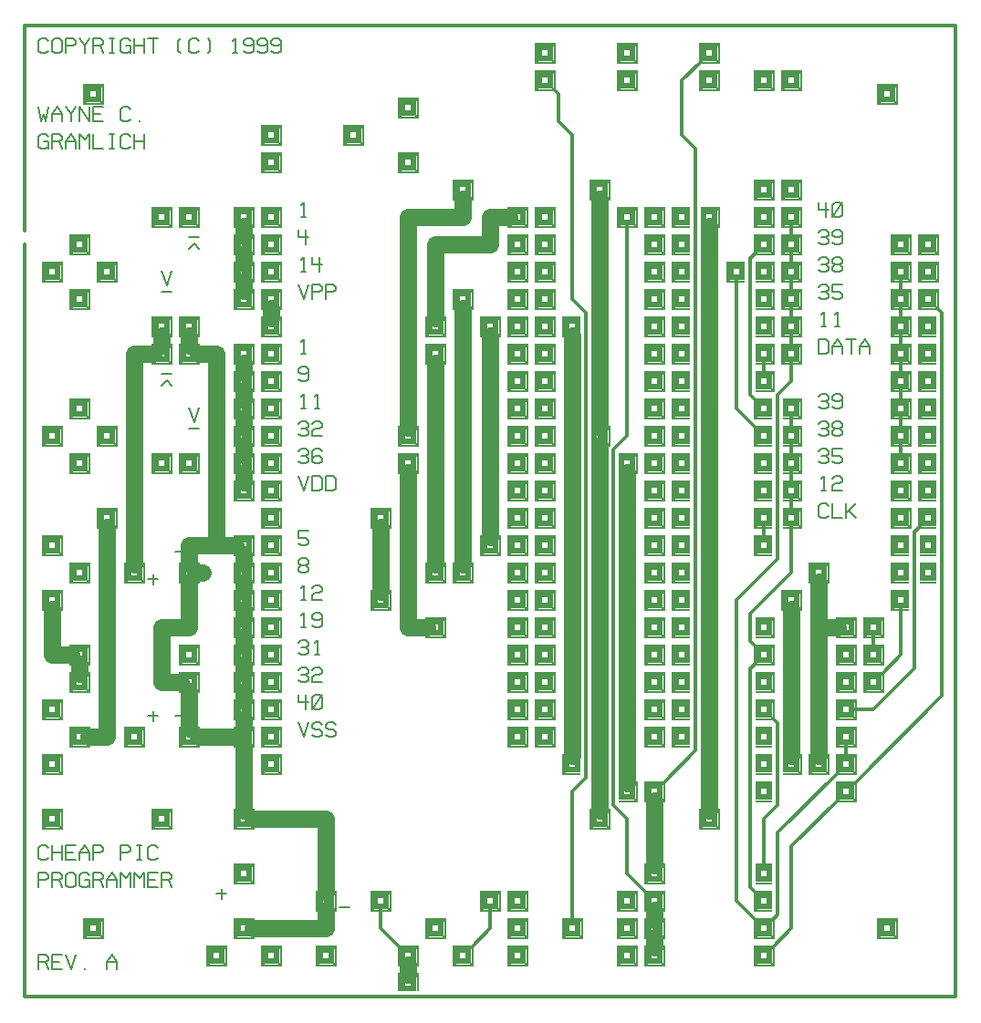
<source format=gtl>
%MOIN*%
%FSLAX23Y23*%
%ADD10C,.012*%
%ADD11C,.062*%
%ADD12C,.050X.024*%
%ADD13R,.062X.062X.024*%
%ADD14C,.016*%
%ADD15R,.008X.062*%
%ADD16R,.062X.008*%
%ADD17C,.008*%
%LPD*%
G90*X0Y0D02*X50Y100D02*D17*Y154D01*X77D01*        
X86Y145D01*Y136D01*X77Y127D01*X50D01*X77D02*      
X86Y100D01*X136D02*X100D01*Y154D01*X136D01*       
X100Y127D02*X127D01*X150Y154D02*X168Y100D01*      
X186Y154D01*X218Y100D03*X300D02*Y127D01*          
X318Y154D01*X336Y127D01*Y100D01*X300Y127D02*      
X336D01*D13*X250Y250D03*D14*X281Y281D03*Y219D03*  
X219Y281D03*Y219D03*D15*X285Y250D03*X215D03*D16*  
X250Y285D03*Y215D03*X50Y400D02*D17*Y454D01*X77D01*
X86Y445D01*Y436D01*X77Y427D01*X50D01*X100Y400D02* 
Y454D01*X127D01*X136Y445D01*Y436D01*X127Y427D01*  
X100D01*X127D02*X136Y400D01*X186Y409D02*          
X177Y400D01*X159D01*X150Y409D01*Y445D01*          
X159Y454D01*X177D01*X186Y445D01*Y409D01*X236D02*  
X227Y400D01*X209D01*X200Y409D01*Y445D01*          
X209Y454D01*X227D01*X236Y445D01*X218Y427D02*      
X236D01*Y400D01*X250D02*Y454D01*X277D01*          
X286Y445D01*Y436D01*X277Y427D01*X250D01*X277D02*  
X286Y400D01*X300D02*Y427D01*X318Y454D01*          
X336Y427D01*Y400D01*X300Y427D02*X336D01*          
X350Y400D02*Y454D01*X368Y436D01*X386Y454D01*      
Y400D01*X400D02*Y454D01*X418Y436D01*X436Y454D01*  
Y400D01*X486D02*X450D01*Y454D01*X486D01*          
X450Y427D02*X477D01*X500Y400D02*Y454D01*X527D01*  
X536Y445D01*Y436D01*X527Y427D01*X500D01*X527D02*  
X536Y400D01*X86Y509D02*X77Y500D01*X59D01*         
X50Y509D01*Y545D01*X59Y554D01*X77D01*X86Y545D01*  
X100Y500D02*Y554D01*X136Y500D02*Y554D01*          
X100Y527D02*X136D01*X186Y500D02*X150D01*Y554D01*  
X186D01*X150Y527D02*X177D01*X200Y500D02*Y527D01*  
X218Y554D01*X236Y527D01*Y500D01*X200Y527D02*      
X236D01*X250Y500D02*Y554D01*X277D01*X286Y545D01*  
Y536D01*X277Y527D01*X250D01*X350Y500D02*Y554D01*  
X377D01*X386Y545D01*Y536D01*X377Y527D01*X350D01*  
X418Y500D02*Y554D01*X409Y500D02*X427D01*          
X409Y554D02*X427D01*X486Y509D02*X477Y500D01*      
X459D01*X450Y509D01*Y545D01*X459Y554D01*X477D01*  
X486Y545D01*D13*X500Y650D03*D14*X531Y681D03*      
Y619D03*X469Y681D03*Y619D03*D15*X535Y650D03*      
X465D03*D16*X500Y685D03*Y615D03*D13*X100Y650D03*  
D14*X131Y681D03*Y619D03*X69Y681D03*Y619D03*D15*   
X135Y650D03*X65D03*D16*X100Y685D03*Y615D03*D13*   
X700Y150D03*D14*X731Y181D03*Y119D03*X669Y181D03*  
Y119D03*D15*X735Y150D03*X665D03*D16*X700Y185D03*  
Y115D03*Y377D02*D17*X736D01*X718Y395D02*Y359D01*  
D13*X800Y250D03*D14*X831Y281D03*Y219D03*          
X769Y281D03*Y219D03*D15*X835Y250D03*X765D03*D16*  
X800Y285D03*Y215D03*X831Y250D02*D11*X1100D01*     
Y319D01*D13*Y350D03*D14*X1131Y381D03*Y319D03*     
X1069Y381D03*Y319D03*D15*X1135Y350D03*X1065D03*   
D16*X1100Y385D03*Y315D03*Y381D02*D11*Y650D01*     
X831D01*D13*X800D03*D14*X831Y681D03*Y619D03*      
X769Y681D03*Y619D03*D15*X835Y650D03*X765D03*D16*  
X800Y685D03*Y615D03*Y681D02*D11*Y919D01*D13*      
Y950D03*D14*X831Y981D03*Y919D03*X769Y981D03*      
Y919D03*D15*X835Y950D03*X765D03*D16*X800Y985D03*  
Y915D03*X769Y950D02*D11*X631D01*D13*X600D03*D14*  
X631Y981D03*Y919D03*X569Y981D03*Y919D03*D15*      
X635Y950D03*X565D03*D16*X600Y985D03*Y915D03*      
Y981D02*D11*Y1119D01*D13*Y1150D03*D14*            
X631Y1181D03*Y1119D03*X569Y1181D03*Y1119D03*D15*  
X635Y1150D03*X565D03*D16*X600Y1185D03*Y1115D03*   
X569Y1150D02*D11*X500D01*Y1350D01*X600D01*        
Y1519D01*D13*Y1550D03*D14*X631Y1581D03*Y1519D03*  
X569Y1581D03*Y1519D03*D15*X635Y1550D03*X565D03*   
D16*X600Y1585D03*Y1515D03*X631Y1550D02*D11*       
X650D01*X600Y1581D02*Y1650D01*X700D01*X769D01*D13*
X800D03*D14*X831Y1681D03*Y1619D03*X769Y1681D03*   
Y1619D03*D15*X835Y1650D03*X765D03*D16*            
X800Y1685D03*Y1615D03*Y1619D02*D11*Y1581D01*D13*  
Y1550D03*D14*X831Y1581D03*Y1519D03*X769Y1581D03*  
Y1519D03*D15*X835Y1550D03*X765D03*D16*            
X800Y1585D03*Y1515D03*Y1519D02*D11*Y1481D01*D13*  
Y1450D03*D14*X831Y1481D03*Y1419D03*X769Y1481D03*  
Y1419D03*D15*X835Y1450D03*X765D03*D16*            
X800Y1485D03*Y1415D03*Y1419D02*D11*Y1381D01*D13*  
Y1350D03*D14*X831Y1381D03*Y1319D03*X769Y1381D03*  
Y1319D03*D15*X835Y1350D03*X765D03*D16*            
X800Y1385D03*Y1315D03*Y1319D02*D11*Y1281D01*D13*  
Y1250D03*D14*X831Y1281D03*Y1219D03*X769Y1281D03*  
Y1219D03*D15*X835Y1250D03*X765D03*D16*            
X800Y1285D03*Y1215D03*Y1219D02*D11*Y1181D01*D13*  
Y1150D03*D14*X831Y1181D03*Y1119D03*X769Y1181D03*  
Y1119D03*D15*X835Y1150D03*X765D03*D16*            
X800Y1185D03*Y1115D03*Y1119D02*D11*Y1081D01*D13*  
Y1050D03*D14*X831Y1081D03*Y1019D03*X769Y1081D03*  
Y1019D03*D15*X835Y1050D03*X765D03*D16*            
X800Y1085D03*Y1015D03*Y1019D02*D11*Y981D01*D13*   
X900Y850D03*D14*X931Y881D03*Y819D03*X869Y881D03*  
Y819D03*D15*X935Y850D03*X865D03*D16*X900Y885D03*  
Y815D03*D13*Y1050D03*D14*X931Y1081D03*Y1019D03*   
X869Y1081D03*Y1019D03*D15*X935Y1050D03*X865D03*   
D16*X900Y1085D03*Y1015D03*D13*Y950D03*D14*        
X931Y981D03*Y919D03*X869Y981D03*Y919D03*D15*      
X935Y950D03*X865D03*D16*X900Y985D03*Y915D03*      
X1000Y1195D02*D17*X1009Y1204D01*X1027D01*         
X1036Y1195D01*Y1186D01*X1027Y1177D01*X1009D01*    
X1027D02*X1036Y1168D01*Y1159D01*X1027Y1150D01*    
X1009D01*X1000Y1159D01*X1050Y1195D02*             
X1059Y1204D01*X1077D01*X1086Y1195D01*Y1186D01*    
X1077Y1177D01*X1059D01*X1050Y1168D01*Y1150D01*    
X1086D01*D13*X900D03*D14*X931Y1181D03*Y1119D03*   
X869Y1181D03*Y1119D03*D15*X935Y1150D03*X865D03*   
D16*X900Y1185D03*Y1115D03*X1000Y1004D02*D17*      
X1018Y950D01*X1036Y1004D01*X1086Y995D02*          
X1077Y1004D01*X1059D01*X1050Y995D01*Y986D01*      
X1059Y977D01*X1077D01*X1086Y968D01*Y959D01*       
X1077Y950D01*X1059D01*X1050Y959D01*X1136Y995D02*  
X1127Y1004D01*X1109D01*X1100Y995D01*Y986D01*      
X1109Y977D01*X1127D01*X1136Y968D01*Y959D01*       
X1127Y950D01*X1109D01*X1100Y959D01*X1027Y1104D02* 
Y1050D01*X1000Y1104D02*Y1077D01*X1036D01*         
X1086Y1059D02*X1077Y1050D01*X1059D01*             
X1050Y1059D01*Y1095D01*X1059Y1104D01*X1077D01*    
X1086Y1095D01*Y1059D01*X1050Y1050D02*             
X1086Y1104D01*X550Y1027D02*X586D01*X1000Y1295D02* 
X1009Y1304D01*X1027D01*X1036Y1295D01*Y1286D01*    
X1027Y1277D01*X1009D01*X1027D02*X1036Y1268D01*    
Y1259D01*X1027Y1250D01*X1009D01*X1000Y1259D01*    
X1059Y1295D02*X1068Y1304D01*Y1250D01*X1059D02*    
X1077D01*D13*X900D03*D14*X931Y1281D03*Y1219D03*   
X869Y1281D03*Y1219D03*D15*X935Y1250D03*X865D03*   
D16*X900Y1285D03*Y1215D03*D13*X600Y1250D03*D14*   
X631Y1281D03*Y1219D03*X569Y1281D03*Y1219D03*D15*  
X635Y1250D03*X565D03*D16*X600Y1285D03*Y1215D03*   
X450Y1027D02*D17*X486D01*X468Y1045D02*Y1009D01*   
X850Y627D02*X886D01*X1009Y1395D02*X1018Y1404D01*  
Y1350D01*X1009D02*X1027D01*X1086Y1386D02*         
X1077Y1377D01*X1059D01*X1050Y1386D01*Y1395D01*    
X1059Y1404D01*X1077D01*X1086Y1395D01*Y1359D01*    
X1077Y1350D01*X1059D01*X1050Y1359D01*D13*         
X900Y1350D03*D14*X931Y1381D03*Y1319D03*           
X869Y1381D03*Y1319D03*D15*X935Y1350D03*X865D03*   
D16*X900Y1385D03*Y1315D03*D13*X400Y950D03*D14*    
X431Y981D03*Y919D03*X369Y981D03*Y919D03*D15*      
X435Y950D03*X365D03*D16*X400Y985D03*Y915D03*D13*  
X1300Y1450D03*D14*X1331Y1481D03*Y1419D03*         
X1269Y1481D03*Y1419D03*D15*X1335Y1450D03*X1265D03*
D16*X1300Y1485D03*Y1415D03*Y1481D02*D11*Y1719D01* 
D13*Y1750D03*D14*X1331Y1781D03*Y1719D03*          
X1269Y1781D03*Y1719D03*D15*X1335Y1750D03*X1265D03*
D16*X1300Y1785D03*Y1715D03*D13*X1500Y1550D03*D14* 
X1531Y1581D03*Y1519D03*X1469Y1581D03*Y1519D03*D15*
X1535Y1550D03*X1465D03*D16*X1500Y1585D03*Y1515D03*
Y1581D02*D11*Y2319D01*D13*Y2350D03*D14*           
X1531Y2381D03*Y2319D03*X1469Y2381D03*Y2319D03*D15*
X1535Y2350D03*X1465D03*D16*X1500Y2385D03*Y2315D03*
D13*Y2450D03*D14*X1531Y2481D03*Y2419D03*          
X1469Y2481D03*Y2419D03*D15*X1535Y2450D03*X1465D03*
D16*X1500Y2485D03*Y2415D03*Y2481D02*D11*Y2750D01* 
X1700D01*Y2850D01*X1769D01*D13*X1800D03*D14*      
X1831Y2881D03*Y2819D03*X1769Y2881D03*Y2819D03*D15*
X1835Y2850D03*X1765D03*D16*X1800Y2885D03*Y2815D03*
D13*X1900Y2750D03*D14*X1931Y2781D03*Y2719D03*     
X1869Y2781D03*Y2719D03*D15*X1935Y2750D03*X1865D03*
D16*X1900Y2785D03*Y2715D03*D13*Y2850D03*D14*      
X1931Y2881D03*Y2819D03*X1869Y2881D03*Y2819D03*D15*
X1935Y2850D03*X1865D03*D16*X1900Y2885D03*Y2815D03*
D13*X1800Y2750D03*D14*X1831Y2781D03*Y2719D03*     
X1769Y2781D03*Y2719D03*D15*X1835Y2750D03*X1765D03*
D16*X1800Y2785D03*Y2715D03*D13*X1600Y2950D03*D14* 
X1631Y2981D03*Y2919D03*X1569Y2981D03*Y2919D03*D15*
X1635Y2950D03*X1565D03*D16*X1600Y2985D03*Y2915D03*
Y2919D02*D11*Y2850D01*X1400D01*Y2081D01*D13*      
Y2050D03*D14*X1431Y2081D03*Y2019D03*X1369Y2081D03*
Y2019D03*D15*X1435Y2050D03*X1365D03*D16*          
X1400Y2085D03*Y2015D03*D13*Y1950D03*D14*          
X1431Y1981D03*Y1919D03*X1369Y1981D03*Y1919D03*D15*
X1435Y1950D03*X1365D03*D16*X1400Y1985D03*Y1915D03*
Y1919D02*D11*Y1350D01*X1469D01*D13*X1500D03*D14*  
X1531Y1381D03*Y1319D03*X1469Y1381D03*Y1319D03*D15*
X1535Y1350D03*X1465D03*D16*X1500Y1385D03*Y1315D03*
D13*X1600Y1550D03*D14*X1631Y1581D03*Y1519D03*     
X1569Y1581D03*Y1519D03*D15*X1635Y1550D03*X1565D03*
D16*X1600Y1585D03*Y1515D03*Y1581D02*D11*Y2519D01* 
D13*Y2550D03*D14*X1631Y2581D03*Y2519D03*          
X1569Y2581D03*Y2519D03*D15*X1635Y2550D03*X1565D03*
D16*X1600Y2585D03*Y2515D03*D13*X1700Y2450D03*D14* 
X1731Y2481D03*Y2419D03*X1669Y2481D03*Y2419D03*D15*
X1735Y2450D03*X1665D03*D16*X1700Y2485D03*Y2415D03*
Y2419D02*D11*Y1681D01*D13*Y1650D03*D14*           
X1731Y1681D03*Y1619D03*X1669Y1681D03*Y1619D03*D15*
X1735Y1650D03*X1665D03*D16*X1700Y1685D03*Y1615D03*
D13*X1800Y1550D03*D14*X1831Y1581D03*Y1519D03*     
X1769Y1581D03*Y1519D03*D15*X1835Y1550D03*X1765D03*
D16*X1800Y1585D03*Y1515D03*D13*Y1750D03*D14*      
X1831Y1781D03*Y1719D03*X1769Y1781D03*Y1719D03*D15*
X1835Y1750D03*X1765D03*D16*X1800Y1785D03*Y1715D03*
D13*Y1650D03*D14*X1831Y1681D03*Y1619D03*          
X1769Y1681D03*Y1619D03*D15*X1835Y1650D03*X1765D03*
D16*X1800Y1685D03*Y1615D03*D13*X1900Y1450D03*D14* 
X1931Y1481D03*Y1419D03*X1869Y1481D03*Y1419D03*D15*
X1935Y1450D03*X1865D03*D16*X1900Y1485D03*Y1415D03*
D13*Y1850D03*D14*X1931Y1881D03*Y1819D03*          
X1869Y1881D03*Y1819D03*D15*X1935Y1850D03*X1865D03*
D16*X1900Y1885D03*Y1815D03*D13*Y1550D03*D14*      
X1931Y1581D03*Y1519D03*X1869Y1581D03*Y1519D03*D15*
X1935Y1550D03*X1865D03*D16*X1900Y1585D03*Y1515D03*
D13*X1800Y1850D03*D14*X1831Y1881D03*Y1819D03*     
X1769Y1881D03*Y1819D03*D15*X1835Y1850D03*X1765D03*
D16*X1800Y1885D03*Y1815D03*D13*X1900Y1650D03*D14* 
X1931Y1681D03*Y1619D03*X1869Y1681D03*Y1619D03*D15*
X1935Y1650D03*X1865D03*D16*X1900Y1685D03*Y1615D03*
D13*Y1750D03*D14*X1931Y1781D03*Y1719D03*          
X1869Y1781D03*Y1719D03*D15*X1935Y1750D03*X1865D03*
D16*X1900Y1785D03*Y1715D03*D13*X1800Y1450D03*D14* 
X1831Y1481D03*Y1419D03*X1769Y1481D03*Y1419D03*D15*
X1835Y1450D03*X1765D03*D16*X1800Y1485D03*Y1415D03*
D13*X1900Y1950D03*D14*X1931Y1981D03*Y1919D03*     
X1869Y1981D03*Y1919D03*D15*X1935Y1950D03*X1865D03*
D16*X1900Y1985D03*Y1915D03*D13*X1800Y1950D03*D14* 
X1831Y1981D03*Y1919D03*X1769Y1981D03*Y1919D03*D15*
X1835Y1950D03*X1765D03*D16*X1800Y1985D03*Y1915D03*
D13*Y1350D03*D14*X1831Y1381D03*Y1319D03*          
X1769Y1381D03*Y1319D03*D15*X1835Y1350D03*X1765D03*
D16*X1800Y1385D03*Y1315D03*D13*X1900Y1350D03*D14* 
X1931Y1381D03*Y1319D03*X1869Y1381D03*Y1319D03*D15*
X1935Y1350D03*X1865D03*D16*X1900Y1385D03*Y1315D03*
D13*X2100Y2050D03*D14*X2131Y2081D03*Y2019D03*D15* 
X2135Y2050D03*D16*X2100Y2085D03*Y2015D03*Y2019D02*
D11*Y681D01*D13*Y650D03*D14*X2131Y681D03*Y619D03* 
X2069Y681D03*Y619D03*D15*X2135Y650D03*X2065D03*   
D16*X2100Y685D03*Y615D03*X2150Y700D02*D10*        
X2200Y650D01*Y450D01*X2269Y381D01*D13*            
X2300Y350D03*D14*X2331Y381D03*Y319D03*            
X2269Y381D03*Y319D03*D15*X2335Y350D03*X2265D03*   
D16*X2300Y385D03*Y315D03*Y319D02*D11*Y281D01*D13* 
Y250D03*D14*X2331Y281D03*Y219D03*X2269Y281D03*    
Y219D03*D15*X2335Y250D03*X2265D03*D16*            
X2300Y285D03*Y215D03*Y219D02*D11*Y181D01*D13*     
Y150D03*D14*X2331Y181D03*Y119D03*X2269Y181D03*    
Y119D03*D15*X2335Y150D03*X2265D03*D16*            
X2300Y185D03*Y115D03*D13*X2200Y250D03*D14*        
X2231Y281D03*Y219D03*X2169Y281D03*Y219D03*D15*    
X2235Y250D03*X2165D03*D16*X2200Y285D03*Y215D03*   
D13*Y150D03*D14*X2231Y181D03*Y119D03*X2169Y181D03*
Y119D03*D15*X2235Y150D03*X2165D03*D16*            
X2200Y185D03*Y115D03*D13*Y350D03*D14*X2231Y381D03*
Y319D03*X2169Y381D03*Y319D03*D15*X2235Y350D03*    
X2165D03*D16*X2200Y385D03*Y315D03*D13*            
X2000Y250D03*D14*X2031Y281D03*Y219D03*            
X1969Y281D03*Y219D03*D15*X2035Y250D03*X1965D03*   
D16*X2000Y285D03*Y215D03*Y281D02*D10*Y750D01*     
X2050Y800D01*Y2500D01*X2000Y2550D01*Y3150D01*     
X1950Y3200D01*Y3300D01*X1931Y3319D01*D13*         
X1900Y3350D03*D14*X1931Y3381D03*Y3319D03*         
X1869Y3381D03*Y3319D03*D15*X1935Y3350D03*X1865D03*
D16*X1900Y3385D03*Y3315D03*D13*Y3450D03*D14*      
X1931Y3481D03*Y3419D03*X1869Y3481D03*Y3419D03*D15*
X1935Y3450D03*X1865D03*D16*X1900Y3485D03*Y3415D03*
D13*X2200Y3350D03*D14*X2231Y3381D03*Y3319D03*     
X2169Y3381D03*Y3319D03*D15*X2235Y3350D03*X2165D03*
D16*X2200Y3385D03*Y3315D03*D13*Y3450D03*D14*      
X2231Y3481D03*Y3419D03*X2169Y3481D03*Y3419D03*D15*
X2235Y3450D03*X2165D03*D16*X2200Y3485D03*Y3415D03*
D13*X2100Y2950D03*D14*X2131Y2981D03*Y2919D03*     
X2069Y2981D03*Y2919D03*D15*X2135Y2950D03*X2065D03*
D16*X2100Y2985D03*Y2915D03*Y2919D02*D11*Y2081D01* 
X2150Y2000D02*D10*Y700D01*D13*X2200Y750D03*D14*   
X2231Y781D03*Y719D03*D15*X2235Y750D03*D16*        
X2200Y785D03*Y715D03*Y781D02*D11*Y1919D01*D13*    
Y1950D03*D14*X2231Y1981D03*Y1919D03*D15*          
X2235Y1950D03*D16*X2200Y1985D03*Y1915D03*         
X2150Y2000D02*D10*X2200Y2050D01*Y2819D01*D13*     
Y2850D03*D14*X2231Y2881D03*Y2819D03*X2169Y2881D03*
Y2819D03*D15*X2235Y2850D03*X2165D03*D16*          
X2200Y2885D03*Y2815D03*D13*X2300Y2750D03*D14*     
X2331Y2781D03*Y2719D03*X2269Y2781D03*Y2719D03*D15*
X2335Y2750D03*X2265D03*D16*X2300Y2785D03*Y2715D03*
D13*Y2850D03*D14*X2331Y2881D03*Y2819D03*          
X2269Y2881D03*Y2819D03*D15*X2335Y2850D03*X2265D03*
D16*X2300Y2885D03*Y2815D03*D13*X2400Y2650D03*D14* 
X2369Y2681D03*Y2619D03*D15*X2365Y2650D03*D16*     
X2400Y2685D03*Y2615D03*D13*Y2750D03*D14*          
X2369Y2781D03*Y2719D03*D15*X2365Y2750D03*D16*     
X2400Y2785D03*Y2715D03*D13*Y2850D03*D14*          
X2369Y2881D03*Y2819D03*D15*X2365Y2850D03*D16*     
X2400Y2885D03*Y2815D03*D13*X2300Y2650D03*D14*     
X2331Y2681D03*Y2619D03*X2269Y2681D03*Y2619D03*D15*
X2335Y2650D03*X2265D03*D16*X2300Y2685D03*Y2615D03*
X2450Y3100D02*D10*Y900D01*X2331Y781D01*D13*       
X2300Y750D03*D14*X2331Y781D03*Y719D03*            
X2269Y781D03*Y719D03*D15*X2335Y750D03*X2265D03*   
D16*X2300Y785D03*Y715D03*Y719D02*D11*Y481D01*D13* 
Y450D03*D14*X2331Y481D03*Y419D03*X2269Y481D03*    
Y419D03*D15*X2335Y450D03*X2265D03*D16*            
X2300Y485D03*Y415D03*D13*X2500Y650D03*D14*        
X2531Y681D03*Y619D03*X2469Y681D03*Y619D03*D15*    
X2535Y650D03*X2465D03*D16*X2500Y685D03*Y615D03*   
Y681D02*D11*Y2819D01*D13*Y2850D03*D14*            
X2531Y2881D03*Y2819D03*D15*X2535Y2850D03*D16*     
X2500Y2885D03*Y2815D03*X2650Y2700D02*D10*Y2200D01*
X2669Y2181D01*D13*X2700Y2150D03*D14*X2669Y2181D03*
Y2119D03*D15*X2665Y2150D03*D16*X2700Y2185D03*     
Y2115D03*X2750Y2200D02*D10*Y1600D01*X2600Y1450D01*
Y350D01*X2669Y281D01*D13*X2700Y250D03*D14*        
X2731Y281D03*Y219D03*X2669Y281D03*Y219D03*D15*    
X2735Y250D03*X2665D03*D16*X2700Y285D03*Y215D03*   
X2731Y281D02*D10*X2750Y300D01*Y600D01*            
X2969Y819D01*D13*X3000Y850D03*D14*X3031Y881D03*   
Y819D03*X2969Y881D03*Y819D03*D15*X3035Y850D03*    
X2965D03*D16*X3000Y885D03*Y815D03*Y881D02*D10*    
Y919D01*D13*Y950D03*D14*X3031Y981D03*Y919D03*     
X2969Y981D03*Y919D03*D15*X3035Y950D03*X2965D03*   
D16*X3000Y985D03*Y915D03*X3100Y1050D02*D10*       
X3031D01*D13*X3000D03*D14*X3031Y1081D03*Y1019D03* 
X2969Y1081D03*Y1019D03*D15*X3035Y1050D03*X2965D03*
D16*X3000Y1085D03*Y1015D03*D13*X3100Y1150D03*D14* 
X3131Y1181D03*Y1119D03*X3069Y1181D03*Y1119D03*D15*
X3135Y1150D03*X3065D03*D16*X3100Y1185D03*Y1115D03*
X3131Y1181D02*D10*X3200Y1250D01*Y1419D01*D13*     
Y1450D03*D14*X3169Y1481D03*Y1419D03*D15*          
X3165Y1450D03*D16*X3200Y1485D03*Y1415D03*D13*     
X3300Y1550D03*D16*Y1585D03*Y1515D03*D13*          
X3100Y1350D03*D14*X3131Y1381D03*Y1319D03*         
X3069Y1381D03*Y1319D03*D15*X3135Y1350D03*X3065D03*
D16*X3100Y1385D03*Y1315D03*Y1319D02*D10*Y1281D01* 
D13*Y1250D03*D14*X3131Y1281D03*Y1219D03*          
X3069Y1281D03*Y1219D03*D15*X3135Y1250D03*X3065D03*
D16*X3100Y1285D03*Y1215D03*D13*X3000Y1350D03*D14* 
X3031Y1381D03*Y1319D03*X2969Y1381D03*Y1319D03*D15*
X3035Y1350D03*X2965D03*D16*X3000Y1385D03*Y1315D03*
X2969Y1350D02*D11*X2900D01*Y881D01*D13*Y850D03*   
D14*X2931Y881D03*Y819D03*X2869Y881D03*Y819D03*D15*
X2935Y850D03*X2865D03*D16*X2900Y885D03*Y815D03*   
D13*X3000Y750D03*D14*X3031Y781D03*Y719D03*        
X2969Y781D03*Y719D03*D15*X3035Y750D03*X2965D03*   
D16*X3000Y785D03*Y715D03*X2969Y719D02*D10*        
X2800Y550D01*Y250D01*X2731Y181D01*D13*            
X2700Y150D03*D14*X2731Y181D03*Y119D03*            
X2669Y181D03*Y119D03*D15*X2735Y150D03*X2665D03*   
D16*X2700Y185D03*Y115D03*D13*Y350D03*D14*         
X2669Y381D03*Y319D03*D15*X2665Y350D03*D16*        
X2700Y385D03*Y315D03*X2669Y381D02*D10*            
X2650Y400D01*Y1200D01*X2669Y1219D01*D13*          
X2700Y1250D03*D14*X2731Y1281D03*Y1219D03*         
X2669Y1281D03*Y1219D03*D15*X2735Y1250D03*X2665D03*
D16*X2700Y1285D03*Y1215D03*X2669Y1281D02*D10*     
X2650Y1300D01*Y1400D01*X2800Y1550D01*Y1719D01*D13*
Y1750D03*D14*X2831Y1781D03*Y1719D03*D15*          
X2835Y1750D03*D16*X2800Y1785D03*Y1715D03*Y1781D02*
D10*Y1819D01*D13*Y1850D03*D14*X2831Y1881D03*      
Y1819D03*D15*X2835Y1850D03*D16*X2800Y1885D03*     
Y1815D03*Y1881D02*D10*Y1919D01*D13*Y1950D03*D14*  
X2831Y1981D03*Y1919D03*D15*X2835Y1950D03*D16*     
X2800Y1985D03*Y1915D03*Y1981D02*D10*Y2019D01*D13* 
Y2050D03*D14*X2831Y2081D03*Y2019D03*D15*          
X2835Y2050D03*D16*X2800Y2085D03*Y2015D03*Y2081D02*
D10*Y2119D01*D13*Y2150D03*D14*X2831Y2181D03*      
Y2119D03*D15*X2835Y2150D03*D16*X2800Y2185D03*     
Y2115D03*X2750Y2200D02*D10*X2800Y2250D01*Y2319D01*
D13*Y2350D03*D14*X2831Y2381D03*Y2319D03*          
X2769Y2381D03*Y2319D03*D15*X2835Y2350D03*X2765D03*
D16*X2800Y2385D03*Y2315D03*Y2381D02*D10*Y2419D01* 
D13*Y2450D03*D14*X2831Y2481D03*Y2419D03*          
X2769Y2481D03*Y2419D03*D15*X2835Y2450D03*X2765D03*
D16*X2800Y2485D03*Y2415D03*Y2481D02*D10*Y2519D01* 
D13*Y2550D03*D14*X2831Y2581D03*Y2519D03*          
X2769Y2581D03*Y2519D03*D15*X2835Y2550D03*X2765D03*
D16*X2800Y2585D03*Y2515D03*Y2581D02*D10*Y2619D01* 
D13*Y2650D03*D14*X2831Y2681D03*Y2619D03*          
X2769Y2681D03*Y2619D03*D15*X2835Y2650D03*X2765D03*
D16*X2800Y2685D03*Y2615D03*Y2681D02*D10*Y2719D01* 
D13*Y2750D03*D14*X2831Y2781D03*Y2719D03*          
X2769Y2781D03*Y2719D03*D15*X2835Y2750D03*X2765D03*
D16*X2800Y2785D03*Y2715D03*Y2781D02*D10*Y2819D01* 
D13*Y2850D03*D14*X2831Y2881D03*Y2819D03*          
X2769Y2881D03*Y2819D03*D15*X2835Y2850D03*X2765D03*
D16*X2800Y2885D03*Y2815D03*X2900Y2795D02*D17*     
X2909Y2804D01*X2927D01*X2936Y2795D01*Y2786D01*    
X2927Y2777D01*X2909D01*X2927D02*X2936Y2768D01*    
Y2759D01*X2927Y2750D01*X2909D01*X2900Y2759D01*    
X2986Y2786D02*X2977Y2777D01*X2959D01*             
X2950Y2786D01*Y2795D01*X2959Y2804D01*X2977D01*    
X2986Y2795D01*Y2759D01*X2977Y2750D01*X2959D01*    
X2950Y2759D01*D13*X2700Y2950D03*D14*X2731Y2981D03*
Y2919D03*X2669Y2981D03*Y2919D03*D15*X2735Y2950D03*
X2665D03*D16*X2700Y2985D03*Y2915D03*D13*Y2750D03* 
D14*X2731Y2781D03*Y2719D03*X2669Y2781D03*Y2719D03*
D15*X2735Y2750D03*X2665D03*D16*X2700Y2785D03*     
Y2715D03*X2669Y2719D02*D10*X2650Y2700D01*D13*     
X2700Y2650D03*D14*X2731Y2681D03*Y2619D03*D15*     
X2735Y2650D03*D16*X2700Y2685D03*Y2615D03*D13*     
X2600Y2650D03*D14*X2569Y2681D03*Y2619D03*D15*     
X2565Y2650D03*D16*X2600Y2685D03*Y2615D03*Y2619D02*
D10*Y2150D01*X2669Y2081D01*D13*X2700Y2050D03*D14* 
X2669Y2081D03*Y2019D03*D15*X2665Y2050D03*D16*     
X2700Y2085D03*Y2015D03*D13*Y1950D03*D14*          
X2669Y1981D03*Y1919D03*D15*X2665Y1950D03*D16*     
X2700Y1985D03*Y1915D03*X2909Y1895D02*D17*         
X2918Y1904D01*Y1850D01*X2909D02*X2927D01*         
X2950Y1895D02*X2959Y1904D01*X2977D01*             
X2986Y1895D01*Y1886D01*X2977Y1877D01*X2959D01*    
X2950Y1868D01*Y1850D01*X2986D01*X2900Y1995D02*    
X2909Y2004D01*X2927D01*X2936Y1995D01*Y1986D01*    
X2927Y1977D01*X2909D01*X2927D02*X2936Y1968D01*    
Y1959D01*X2927Y1950D01*X2909D01*X2900Y1959D01*    
X2986Y2004D02*X2950D01*Y1977D01*X2977D01*         
X2986Y1968D01*Y1959D01*X2977Y1950D01*X2959D01*    
X2950Y1959D01*X2900Y2095D02*X2909Y2104D01*        
X2927D01*X2936Y2095D01*Y2086D01*X2927Y2077D01*    
X2909D01*X2927D02*X2936Y2068D01*Y2059D01*         
X2927Y2050D01*X2909D01*X2900Y2059D01*             
X2959Y2077D02*X2950Y2086D01*Y2095D01*             
X2959Y2104D01*X2977D01*X2986Y2095D01*Y2086D01*    
X2977Y2077D01*X2959D01*X2950Y2068D01*Y2059D01*    
X2959Y2050D01*X2977D01*X2986Y2059D01*Y2068D01*    
X2977Y2077D01*D13*X2700Y2250D03*D14*X2731Y2281D03*
Y2219D03*D15*X2735Y2250D03*D16*X2700Y2285D03*     
Y2215D03*Y2281D02*D10*Y2319D01*D13*Y2350D03*D14*  
X2731Y2381D03*Y2319D03*D15*X2735Y2350D03*D16*     
X2700Y2385D03*Y2315D03*D13*Y2450D03*D14*          
X2731Y2481D03*Y2419D03*D15*X2735Y2450D03*D16*     
X2700Y2485D03*Y2415D03*X2900Y2195D02*D17*         
X2909Y2204D01*X2927D01*X2936Y2195D01*Y2186D01*    
X2927Y2177D01*X2909D01*X2927D02*X2936Y2168D01*    
Y2159D01*X2927Y2150D01*X2909D01*X2900Y2159D01*    
X2986Y2186D02*X2977Y2177D01*X2959D01*             
X2950Y2186D01*Y2195D01*X2959Y2204D01*X2977D01*    
X2986Y2195D01*Y2159D01*X2977Y2150D01*X2959D01*    
X2950Y2159D01*X2900Y2595D02*X2909Y2604D01*        
X2927D01*X2936Y2595D01*Y2586D01*X2927Y2577D01*    
X2909D01*X2927D02*X2936Y2568D01*Y2559D01*         
X2927Y2550D01*X2909D01*X2900Y2559D01*             
X2986Y2604D02*X2950D01*Y2577D01*X2977D01*         
X2986Y2568D01*Y2559D01*X2977Y2550D01*X2959D01*    
X2950Y2559D01*X2900Y2350D02*Y2404D01*X2927D01*    
X2936Y2395D01*Y2359D01*X2927Y2350D01*X2900D01*    
X2950D02*Y2377D01*X2968Y2404D01*X2986Y2377D01*    
Y2350D01*X2950Y2377D02*X2986D01*X3018Y2350D02*    
Y2404D01*X3000D02*X3036D01*X3050Y2350D02*Y2377D01*
X3068Y2404D01*X3086Y2377D01*Y2350D01*             
X3050Y2377D02*X3086D01*D13*X2700Y2550D03*D14*     
X2731Y2581D03*Y2519D03*D15*X2735Y2550D03*D16*     
X2700Y2585D03*Y2515D03*X2909Y2495D02*D17*         
X2918Y2504D01*Y2450D01*X2909D02*X2927D01*         
X2959Y2495D02*X2968Y2504D01*Y2450D01*X2959D02*    
X2977D01*D13*X2400Y2050D03*D14*X2369Y2081D03*     
Y2019D03*D15*X2365Y2050D03*D16*X2400Y2085D03*     
Y2015D03*X2900Y2695D02*D17*X2909Y2704D01*X2927D01*
X2936Y2695D01*Y2686D01*X2927Y2677D01*X2909D01*    
X2927D02*X2936Y2668D01*Y2659D01*X2927Y2650D01*    
X2909D01*X2900Y2659D01*X2959Y2677D02*             
X2950Y2686D01*Y2695D01*X2959Y2704D01*X2977D01*    
X2986Y2695D01*Y2686D01*X2977Y2677D01*X2959D01*    
X2950Y2668D01*Y2659D01*X2959Y2650D01*X2977D01*    
X2986Y2659D01*Y2668D01*X2977Y2677D01*D13*         
X2400Y2550D03*D14*X2369Y2581D03*Y2519D03*D15*     
X2365Y2550D03*D16*X2400Y2585D03*Y2515D03*D13*     
Y2450D03*D14*X2369Y2481D03*Y2419D03*D15*          
X2365Y2450D03*D16*X2400Y2485D03*Y2415D03*D13*     
Y2350D03*D14*X2369Y2381D03*Y2319D03*D15*          
X2365Y2350D03*D16*X2400Y2385D03*Y2315D03*D13*     
Y2250D03*D14*X2369Y2281D03*Y2219D03*D15*          
X2365Y2250D03*D16*X2400Y2285D03*Y2215D03*D13*     
Y2150D03*D14*X2369Y2181D03*Y2119D03*D15*          
X2365Y2150D03*D16*X2400Y2185D03*Y2115D03*         
X2900Y2095D02*D17*X2909Y2104D01*X2927D01*         
X2936Y2095D01*Y2086D01*X2927Y2077D01*X2909D01*    
X2927D02*X2936Y2068D01*Y2059D01*X2927Y2050D01*    
X2909D01*X2900Y2059D01*X2959Y2077D02*             
X2950Y2086D01*Y2095D01*X2959Y2104D01*X2977D01*    
X2986Y2095D01*Y2086D01*X2977Y2077D01*X2959D01*    
X2950Y2068D01*Y2059D01*X2959Y2050D01*X2977D01*    
X2986Y2059D01*Y2068D01*X2977Y2077D01*D13*         
X2300Y1950D03*D14*X2331Y1981D03*Y1919D03*         
X2269Y1981D03*Y1919D03*D15*X2335Y1950D03*X2265D03*
D16*X2300Y1985D03*Y1915D03*D13*X2400Y1950D03*D14* 
X2369Y1981D03*Y1919D03*D15*X2365Y1950D03*D16*     
X2400Y1985D03*Y1915D03*X2900Y2795D02*D17*         
X2909Y2804D01*X2927D01*X2936Y2795D01*Y2786D01*    
X2927Y2777D01*X2909D01*X2927D02*X2936Y2768D01*    
Y2759D01*X2927Y2750D01*X2909D01*X2900Y2759D01*    
X2986Y2786D02*X2977Y2777D01*X2959D01*             
X2950Y2786D01*Y2795D01*X2959Y2804D01*X2977D01*    
X2986Y2795D01*Y2759D01*X2977Y2750D01*X2959D01*    
X2950Y2759D01*D13*X2300Y2550D03*D14*X2331Y2581D03*
Y2519D03*X2269Y2581D03*Y2519D03*D15*X2335Y2550D03*
X2265D03*D16*X2300Y2585D03*Y2515D03*D13*Y2450D03* 
D14*X2331Y2481D03*Y2419D03*X2269Y2481D03*Y2419D03*
D15*X2335Y2450D03*X2265D03*D16*X2300Y2485D03*     
Y2415D03*D13*Y2350D03*D14*X2331Y2381D03*Y2319D03* 
X2269Y2381D03*Y2319D03*D15*X2335Y2350D03*X2265D03*
D16*X2300Y2385D03*Y2315D03*D13*Y2250D03*D14*      
X2331Y2281D03*Y2219D03*X2269Y2281D03*Y2219D03*D15*
X2335Y2250D03*X2265D03*D16*X2300Y2285D03*Y2215D03*
D13*Y2150D03*D14*X2331Y2181D03*Y2119D03*          
X2269Y2181D03*Y2119D03*D15*X2335Y2150D03*X2265D03*
D16*X2300Y2185D03*Y2115D03*X2900Y1995D02*D17*     
X2909Y2004D01*X2927D01*X2936Y1995D01*Y1986D01*    
X2927Y1977D01*X2909D01*X2927D02*X2936Y1968D01*    
Y1959D01*X2927Y1950D01*X2909D01*X2900Y1959D01*    
X2986Y2004D02*X2950D01*Y1977D01*X2977D01*         
X2986Y1968D01*Y1959D01*X2977Y1950D01*X2959D01*    
X2950Y1959D01*D13*X2300Y2050D03*D14*X2331Y2081D03*
Y2019D03*X2269Y2081D03*Y2019D03*D15*X2335Y2050D03*
X2265D03*D16*X2300Y2085D03*Y2015D03*D13*          
X3200Y1850D03*D14*X3231Y1881D03*Y1819D03*         
X3169Y1881D03*Y1819D03*D15*X3235Y1850D03*X3165D03*
D16*X3200Y1885D03*Y1815D03*D13*Y1950D03*D14*      
X3231Y1981D03*Y1919D03*X3169Y1981D03*Y1919D03*D15*
X3235Y1950D03*X3165D03*D16*X3200Y1985D03*Y1915D03*
Y1981D02*D10*Y2019D01*D13*Y2050D03*D14*           
X3231Y2081D03*Y2019D03*X3169Y2081D03*Y2019D03*D15*
X3235Y2050D03*X3165D03*D16*X3200Y2085D03*Y2015D03*
Y2081D02*D10*Y2119D01*D13*Y2150D03*D14*           
X3231Y2181D03*Y2119D03*X3169Y2181D03*Y2119D03*D15*
X3235Y2150D03*X3165D03*D16*X3200Y2185D03*Y2115D03*
Y2181D02*D10*Y2219D01*D13*Y2250D03*D14*           
X3231Y2281D03*Y2219D03*X3169Y2281D03*Y2219D03*D15*
X3235Y2250D03*X3165D03*D16*X3200Y2285D03*Y2215D03*
Y2281D02*D10*Y2319D01*D13*Y2350D03*D14*           
X3231Y2381D03*Y2319D03*X3169Y2381D03*Y2319D03*D15*
X3235Y2350D03*X3165D03*D16*X3200Y2385D03*Y2315D03*
Y2381D02*D10*Y2419D01*D13*Y2450D03*D14*           
X3231Y2481D03*Y2419D03*X3169Y2481D03*Y2419D03*D15*
X3235Y2450D03*X3165D03*D16*X3200Y2485D03*Y2415D03*
Y2481D02*D10*Y2519D01*D13*Y2550D03*D14*           
X3231Y2581D03*Y2519D03*X3169Y2581D03*Y2519D03*D15*
X3235Y2550D03*X3165D03*D16*X3200Y2585D03*Y2515D03*
Y2581D02*D10*Y2619D01*D13*Y2650D03*D14*           
X3231Y2681D03*Y2619D03*X3169Y2681D03*Y2619D03*D15*
X3235Y2650D03*X3165D03*D16*X3200Y2685D03*Y2615D03*
D13*X3300Y2550D03*D14*X3331Y2581D03*Y2519D03*     
X3269Y2581D03*Y2519D03*D15*X3335Y2550D03*X3265D03*
D16*X3300Y2585D03*Y2515D03*X3331Y2519D02*D10*     
X3350Y2500D01*Y1100D01*X3031Y781D01*D13*          
X2800Y850D03*D14*X2831Y881D03*Y819D03*D15*        
X2835Y850D03*D16*X2800Y885D03*Y815D03*Y881D02*D11*
Y1419D01*D13*Y1450D03*D14*X2831Y1481D03*Y1419D03* 
X2769Y1481D03*Y1419D03*D15*X2835Y1450D03*X2765D03*
D16*X2800Y1485D03*Y1415D03*X2900Y1350D02*D11*     
Y1519D01*D13*Y1550D03*D14*X2931Y1581D03*Y1519D03* 
X2869Y1581D03*Y1519D03*D15*X2935Y1550D03*X2865D03*
D16*X2900Y1585D03*Y1515D03*D13*X2700Y1750D03*D14* 
X2669Y1781D03*Y1719D03*D15*X2665Y1750D03*D16*     
X2700Y1785D03*Y1715D03*Y1719D02*D10*Y1681D01*D13* 
Y1650D03*D14*X2669Y1681D03*Y1619D03*D15*          
X2665Y1650D03*D16*X2700Y1685D03*Y1615D03*         
X2909Y1895D02*D17*X2918Y1904D01*Y1850D01*X2909D02*
X2927D01*X2950Y1895D02*X2959Y1904D01*X2977D01*    
X2986Y1895D01*Y1886D01*X2977Y1877D01*X2959D01*    
X2950Y1868D01*Y1850D01*X2986D01*D13*X2700D03*D14* 
X2669Y1881D03*Y1819D03*D15*X2665Y1850D03*D16*     
X2700Y1885D03*Y1815D03*X2936Y1759D02*D17*         
X2927Y1750D01*X2909D01*X2900Y1759D01*Y1795D01*    
X2909Y1804D01*X2927D01*X2936Y1795D01*             
X2950Y1804D02*Y1750D01*X2986D01*X3000D02*Y1804D01*
Y1768D02*X3036Y1804D01*X3009Y1777D02*             
X3036Y1750D01*D13*X2400Y1350D03*D14*X2369Y1381D03*
Y1319D03*D15*X2365Y1350D03*D16*X2400Y1385D03*     
Y1315D03*X2900Y1995D02*D17*X2909Y2004D01*X2927D01*
X2936Y1995D01*Y1986D01*X2927Y1977D01*X2909D01*    
X2927D02*X2936Y1968D01*Y1959D01*X2927Y1950D01*    
X2909D01*X2900Y1959D01*X2986Y2004D02*X2950D01*    
Y1977D01*X2977D01*X2986Y1968D01*Y1959D01*         
X2977Y1950D01*X2959D01*X2950Y1959D01*D13*         
X2400Y1850D03*D14*X2369Y1881D03*Y1819D03*D15*     
X2365Y1850D03*D16*X2400Y1885D03*Y1815D03*D13*     
Y1750D03*D14*X2369Y1781D03*Y1719D03*D15*          
X2365Y1750D03*D16*X2400Y1785D03*Y1715D03*D13*     
Y1650D03*D14*X2369Y1681D03*Y1619D03*D15*          
X2365Y1650D03*D16*X2400Y1685D03*Y1615D03*D13*     
X2700Y1350D03*D14*X2731Y1381D03*Y1319D03*D15*     
X2735Y1350D03*D16*X2700Y1385D03*Y1315D03*D13*     
X2400Y1550D03*D14*X2369Y1581D03*Y1519D03*D15*     
X2365Y1550D03*D16*X2400Y1585D03*Y1515D03*D13*     
Y1450D03*D14*X2369Y1481D03*Y1419D03*D15*          
X2365Y1450D03*D16*X2400Y1485D03*Y1415D03*D13*     
X2300Y1250D03*D14*X2331Y1281D03*Y1219D03*         
X2269Y1281D03*Y1219D03*D15*X2335Y1250D03*X2265D03*
D16*X2300Y1285D03*Y1215D03*D13*X2400Y1250D03*D14* 
X2369Y1281D03*Y1219D03*D15*X2365Y1250D03*D16*     
X2400Y1285D03*Y1215D03*X2900Y2095D02*D17*         
X2909Y2104D01*X2927D01*X2936Y2095D01*Y2086D01*    
X2927Y2077D01*X2909D01*X2927D02*X2936Y2068D01*    
Y2059D01*X2927Y2050D01*X2909D01*X2900Y2059D01*    
X2959Y2077D02*X2950Y2086D01*Y2095D01*             
X2959Y2104D01*X2977D01*X2986Y2095D01*Y2086D01*    
X2977Y2077D01*X2959D01*X2950Y2068D01*Y2059D01*    
X2959Y2050D01*X2977D01*X2986Y2059D01*Y2068D01*    
X2977Y2077D01*D13*X2300Y1850D03*D14*X2331Y1881D03*
Y1819D03*X2269Y1881D03*Y1819D03*D15*X2335Y1850D03*
X2265D03*D16*X2300Y1885D03*Y1815D03*D13*Y1750D03* 
D14*X2331Y1781D03*Y1719D03*X2269Y1781D03*Y1719D03*
D15*X2335Y1750D03*X2265D03*D16*X2300Y1785D03*     
Y1715D03*D13*Y1650D03*D14*X2331Y1681D03*Y1619D03* 
X2269Y1681D03*Y1619D03*D15*X2335Y1650D03*X2265D03*
D16*X2300Y1685D03*Y1615D03*D13*Y1550D03*D14*      
X2331Y1581D03*Y1519D03*X2269Y1581D03*Y1519D03*D15*
X2335Y1550D03*X2265D03*D16*X2300Y1585D03*Y1515D03*
D13*Y1450D03*D14*X2331Y1481D03*Y1419D03*          
X2269Y1481D03*Y1419D03*D15*X2335Y1450D03*X2265D03*
D16*X2300Y1485D03*Y1415D03*D13*Y1350D03*D14*      
X2331Y1381D03*Y1319D03*X2269Y1381D03*Y1319D03*D15*
X2335Y1350D03*X2265D03*D16*X2300Y1385D03*Y1315D03*
D13*X3000Y1250D03*D14*X3031Y1281D03*Y1219D03*     
X2969Y1281D03*Y1219D03*D15*X3035Y1250D03*X2965D03*
D16*X3000Y1285D03*Y1215D03*D13*X2300Y1150D03*D14* 
X2331Y1181D03*Y1119D03*X2269Y1181D03*Y1119D03*D15*
X2335Y1150D03*X2265D03*D16*X2300Y1185D03*Y1115D03*
D13*X2400Y1150D03*D14*X2369Y1181D03*Y1119D03*D15* 
X2365Y1150D03*D16*X2400Y1185D03*Y1115D03*         
X2900Y2195D02*D17*X2909Y2204D01*X2927D01*         
X2936Y2195D01*Y2186D01*X2927Y2177D01*X2909D01*    
X2927D02*X2936Y2168D01*Y2159D01*X2927Y2150D01*    
X2909D01*X2900Y2159D01*X2986Y2186D02*             
X2977Y2177D01*X2959D01*X2950Y2186D01*Y2195D01*    
X2959Y2204D01*X2977D01*X2986Y2195D01*Y2159D01*    
X2977Y2150D01*X2959D01*X2950Y2159D01*D13*         
X3200Y1550D03*D14*X3169Y1581D03*Y1519D03*D15*     
X3165Y1550D03*D16*X3200Y1585D03*Y1515D03*D13*     
Y1650D03*D14*X3169Y1681D03*Y1619D03*D15*          
X3165Y1650D03*D16*X3200Y1685D03*Y1615D03*D13*     
X2700Y1150D03*D14*X2731Y1181D03*Y1119D03*D15*     
X2735Y1150D03*D16*X2700Y1185D03*Y1115D03*D13*     
X3200Y1750D03*D14*X3231Y1781D03*Y1719D03*         
X3169Y1781D03*Y1719D03*D15*X3235Y1750D03*X3165D03*
D16*X3200Y1785D03*Y1715D03*D13*X3000Y1150D03*D14* 
X3031Y1181D03*Y1119D03*X2969Y1181D03*Y1119D03*D15*
X3035Y1150D03*X2965D03*D16*X3000Y1185D03*Y1115D03*
X3250Y1200D02*D10*X3100Y1050D01*X3250Y1200D02*    
Y1700D01*X3269Y1719D01*D13*X3300Y1750D03*D14*     
X3269Y1781D03*Y1719D03*D15*X3265Y1750D03*D16*     
X3300Y1785D03*Y1715D03*D13*Y1850D03*D14*          
X3269Y1881D03*Y1819D03*D15*X3265Y1850D03*D16*     
X3300Y1885D03*Y1815D03*D13*Y1650D03*D16*Y1685D03* 
Y1615D03*D13*Y1950D03*D14*X3269Y1981D03*Y1919D03* 
D15*X3265Y1950D03*D16*X3300Y1985D03*Y1915D03*D13* 
Y2050D03*D14*X3269Y2081D03*Y2019D03*D15*          
X3265Y2050D03*D16*X3300Y2085D03*Y2015D03*         
X2900Y2195D02*D17*X2909Y2204D01*X2927D01*         
X2936Y2195D01*Y2186D01*X2927Y2177D01*X2909D01*    
X2927D02*X2936Y2168D01*Y2159D01*X2927Y2150D01*    
X2909D01*X2900Y2159D01*X2986Y2186D02*             
X2977Y2177D01*X2959D01*X2950Y2186D01*Y2195D01*    
X2959Y2204D01*X2977D01*X2986Y2195D01*Y2159D01*    
X2977Y2150D01*X2959D01*X2950Y2159D01*             
X2900Y2095D02*X2909Y2104D01*X2927D01*             
X2936Y2095D01*Y2086D01*X2927Y2077D01*X2909D01*    
X2927D02*X2936Y2068D01*Y2059D01*X2927Y2050D01*    
X2909D01*X2900Y2059D01*X2959Y2077D02*             
X2950Y2086D01*Y2095D01*X2959Y2104D01*X2977D01*    
X2986Y2095D01*Y2086D01*X2977Y2077D01*X2959D01*    
X2950Y2068D01*Y2059D01*X2959Y2050D01*X2977D01*    
X2986Y2059D01*Y2068D01*X2977Y2077D01*             
X2900Y1995D02*X2909Y2004D01*X2927D01*             
X2936Y1995D01*Y1986D01*X2927Y1977D01*X2909D01*    
X2927D02*X2936Y1968D01*Y1959D01*X2927Y1950D01*    
X2909D01*X2900Y1959D01*X2986Y2004D02*X2950D01*    
Y1977D01*X2977D01*X2986Y1968D01*Y1959D01*         
X2977Y1950D01*X2959D01*X2950Y1959D01*             
X2909Y1895D02*X2918Y1904D01*Y1850D01*X2909D02*    
X2927D01*X2950Y1895D02*X2959Y1904D01*X2977D01*    
X2986Y1895D01*Y1886D01*X2977Y1877D01*X2959D01*    
X2950Y1868D01*Y1850D01*X2986D01*D13*X3300Y2150D03*
D14*X3269Y2181D03*Y2119D03*D15*X3265Y2150D03*D16* 
X3300Y2185D03*Y2115D03*X2936Y1759D02*D17*         
X2927Y1750D01*X2909D01*X2900Y1759D01*Y1795D01*    
X2909Y1804D01*X2927D01*X2936Y1795D01*             
X2950Y1804D02*Y1750D01*X2986D01*X3000D02*Y1804D01*
Y1768D02*X3036Y1804D01*X3009Y1777D02*             
X3036Y1750D01*D13*X3300Y2250D03*D14*X3269Y2281D03*
Y2219D03*D15*X3265Y2250D03*D16*X3300Y2285D03*     
Y2215D03*D13*Y2350D03*D14*X3269Y2381D03*Y2319D03* 
D15*X3265Y2350D03*D16*X3300Y2385D03*Y2315D03*     
X2900Y2350D02*D17*Y2404D01*X2927D01*X2936Y2395D01*
Y2359D01*X2927Y2350D01*X2900D01*X2950D02*Y2377D01*
X2968Y2404D01*X2986Y2377D01*Y2350D01*             
X2950Y2377D02*X2986D01*X3018Y2350D02*Y2404D01*    
X3000D02*X3036D01*X3050Y2350D02*Y2377D01*         
X3068Y2404D01*X3086Y2377D01*Y2350D01*             
X3050Y2377D02*X3086D01*D13*X2700Y1050D03*D14*     
X2731Y1081D03*Y1019D03*D15*X2735Y1050D03*D16*     
X2700Y1085D03*Y1015D03*X2731Y1019D02*D10*         
X2750Y1000D01*Y700D01*X2700Y650D01*Y481D01*D13*   
Y450D03*D16*Y485D03*Y415D03*D13*Y750D03*D16*      
Y785D03*Y715D03*D13*Y850D03*D16*Y885D03*Y815D03*  
D13*X3150Y250D03*D14*X3181Y281D03*Y219D03*        
X3119Y281D03*Y219D03*D15*X3185Y250D03*X3115D03*   
D16*X3150Y285D03*Y215D03*D13*X2700Y950D03*D16*    
Y985D03*Y915D03*D13*X2400Y950D03*D14*X2369Y981D03*
Y919D03*D15*X2365Y950D03*D16*X2400Y985D03*Y915D03*
D13*X2300Y950D03*D14*X2331Y981D03*Y919D03*        
X2269Y981D03*Y919D03*D15*X2335Y950D03*X2265D03*   
D16*X2300Y985D03*Y915D03*D13*X2400Y1050D03*D14*   
X2369Y1081D03*Y1019D03*D15*X2365Y1050D03*D16*     
X2400Y1085D03*Y1015D03*D13*X2300Y1050D03*D14*     
X2331Y1081D03*Y1019D03*X2269Y1081D03*Y1019D03*D15*
X2335Y1050D03*X2265D03*D16*X2300Y1085D03*Y1015D03*
X3400Y0D02*D10*X0D01*Y2750D01*Y2800D02*Y3550D01*  
X3400D01*Y0D01*D13*X2000Y850D03*D14*X1969Y881D03* 
Y819D03*D15*X1965Y850D03*D16*X2000Y885D03*Y815D03*
Y881D02*D11*Y2419D01*D13*Y2450D03*D14*            
X1969Y2481D03*Y2419D03*D15*X1965Y2450D03*D16*     
X2000Y2485D03*Y2415D03*D13*X1900Y2550D03*D14*     
X1931Y2581D03*Y2519D03*X1869Y2581D03*Y2519D03*D15*
X1935Y2550D03*X1865D03*D16*X1900Y2585D03*Y2515D03*
D13*Y2350D03*D14*X1931Y2381D03*Y2319D03*          
X1869Y2381D03*Y2319D03*D15*X1935Y2350D03*X1865D03*
D16*X1900Y2385D03*Y2315D03*D13*Y2450D03*D14*      
X1931Y2481D03*Y2419D03*X1869Y2481D03*Y2419D03*D15*
X1935Y2450D03*X1865D03*D16*X1900Y2485D03*Y2415D03*
D13*X1800Y2650D03*D14*X1831Y2681D03*Y2619D03*     
X1769Y2681D03*Y2619D03*D15*X1835Y2650D03*X1765D03*
D16*X1800Y2685D03*Y2615D03*D13*Y2250D03*D14*      
X1831Y2281D03*Y2219D03*X1769Y2281D03*Y2219D03*D15*
X1835Y2250D03*X1765D03*D16*X1800Y2285D03*Y2215D03*
D13*Y2550D03*D14*X1831Y2581D03*Y2519D03*          
X1769Y2581D03*Y2519D03*D15*X1835Y2550D03*X1765D03*
D16*X1800Y2585D03*Y2515D03*D13*X1900Y2250D03*D14* 
X1931Y2281D03*Y2219D03*X1869Y2281D03*Y2219D03*D15*
X1935Y2250D03*X1865D03*D16*X1900Y2285D03*Y2215D03*
D13*X1800Y2450D03*D14*X1831Y2481D03*Y2419D03*     
X1769Y2481D03*Y2419D03*D15*X1835Y2450D03*X1765D03*
D16*X1800Y2485D03*Y2415D03*D13*X1900Y2650D03*D14* 
X1931Y2681D03*Y2619D03*X1869Y2681D03*Y2619D03*D15*
X1935Y2650D03*X1865D03*D16*X1900Y2685D03*Y2615D03*
D13*X1800Y2350D03*D14*X1831Y2381D03*Y2319D03*     
X1769Y2381D03*Y2319D03*D15*X1835Y2350D03*X1765D03*
D16*X1800Y2385D03*Y2315D03*D13*Y2150D03*D14*      
X1831Y2181D03*Y2119D03*X1769Y2181D03*Y2119D03*D15*
X1835Y2150D03*X1765D03*D16*X1800Y2185D03*Y2115D03*
D13*X1900Y2150D03*D14*X1931Y2181D03*Y2119D03*     
X1869Y2181D03*Y2119D03*D15*X1935Y2150D03*X1865D03*
D16*X1900Y2185D03*Y2115D03*D13*X1800Y2050D03*D14* 
X1831Y2081D03*Y2019D03*X1769Y2081D03*Y2019D03*D15*
X1835Y2050D03*X1765D03*D16*X1800Y2085D03*Y2015D03*
D13*X1900Y2050D03*D14*X1931Y2081D03*Y2019D03*     
X1869Y2081D03*Y2019D03*D15*X1935Y2050D03*X1865D03*
D16*X1900Y2085D03*Y2015D03*D13*X1400Y3050D03*D14* 
X1431Y3081D03*Y3019D03*X1369Y3081D03*Y3019D03*D15*
X1435Y3050D03*X1365D03*D16*X1400Y3085D03*Y3015D03*
X2450Y3100D02*D10*X2400Y3150D01*Y3350D01*         
X2469Y3419D01*D13*X2500Y3450D03*D14*X2531Y3481D03*
Y3419D03*X2469Y3481D03*Y3419D03*D15*X2535Y3450D03*
X2465D03*D16*X2500Y3485D03*Y3415D03*D13*Y3350D03* 
D14*X2531Y3381D03*Y3319D03*X2469Y3381D03*Y3319D03*
D15*X2535Y3350D03*X2465D03*D16*X2500Y3385D03*     
Y3315D03*D13*X2700Y3350D03*D14*X2731Y3381D03*     
Y3319D03*X2669Y3381D03*Y3319D03*D15*X2735Y3350D03*
X2665D03*D16*X2700Y3385D03*Y3315D03*D13*          
X2800Y3350D03*D14*X2831Y3381D03*Y3319D03*         
X2769Y3381D03*Y3319D03*D15*X2835Y3350D03*X2765D03*
D16*X2800Y3385D03*Y3315D03*D13*Y2950D03*D14*      
X2831Y2981D03*Y2919D03*X2769Y2981D03*Y2919D03*D15*
X2835Y2950D03*X2765D03*D16*X2800Y2985D03*Y2915D03*
D13*X2700Y2850D03*D14*X2731Y2881D03*Y2819D03*     
X2669Y2881D03*Y2819D03*D15*X2735Y2850D03*X2665D03*
D16*X2700Y2885D03*Y2815D03*X2927Y2904D02*D17*     
Y2850D01*X2900Y2904D02*Y2877D01*X2936D01*         
X2986Y2859D02*X2977Y2850D01*X2959D01*             
X2950Y2859D01*Y2895D01*X2959Y2904D01*X2977D01*    
X2986Y2895D01*Y2859D01*X2950Y2850D02*             
X2986Y2904D01*D13*X3150Y3300D03*D14*X3181Y3331D03*
Y3269D03*X3119Y3331D03*Y3269D03*D15*X3185Y3300D03*
X3115D03*D16*X3150Y3335D03*Y3265D03*D13*          
X3200Y2750D03*D14*X3231Y2781D03*Y2719D03*         
X3169Y2781D03*Y2719D03*D15*X3235Y2750D03*X3165D03*
D16*X3200Y2785D03*Y2715D03*X2900Y2795D02*D17*     
X2909Y2804D01*X2927D01*X2936Y2795D01*Y2786D01*    
X2927Y2777D01*X2909D01*X2927D02*X2936Y2768D01*    
Y2759D01*X2927Y2750D01*X2909D01*X2900Y2759D01*    
X2986Y2786D02*X2977Y2777D01*X2959D01*             
X2950Y2786D01*Y2795D01*X2959Y2804D01*X2977D01*    
X2986Y2795D01*Y2759D01*X2977Y2750D01*X2959D01*    
X2950Y2759D01*D13*X3300Y2650D03*D14*X3331Y2681D03*
Y2619D03*X3269Y2681D03*Y2619D03*D15*X3335Y2650D03*
X3265D03*D16*X3300Y2685D03*Y2615D03*D13*Y2750D03* 
D14*X3331Y2781D03*Y2719D03*X3269Y2781D03*Y2719D03*
D15*X3335Y2750D03*X3265D03*D16*X3300Y2785D03*     
Y2715D03*X2900Y2695D02*D17*X2909Y2704D01*X2927D01*
X2936Y2695D01*Y2686D01*X2927Y2677D01*X2909D01*    
X2927D02*X2936Y2668D01*Y2659D01*X2927Y2650D01*    
X2909D01*X2900Y2659D01*X2959Y2677D02*             
X2950Y2686D01*Y2695D01*X2959Y2704D01*X2977D01*    
X2986Y2695D01*Y2686D01*X2977Y2677D01*X2959D01*    
X2950Y2668D01*Y2659D01*X2959Y2650D01*X2977D01*    
X2986Y2659D01*Y2668D01*X2977Y2677D01*             
X2900Y2595D02*X2909Y2604D01*X2927D01*             
X2936Y2595D01*Y2586D01*X2927Y2577D01*X2909D01*    
X2927D02*X2936Y2568D01*Y2559D01*X2927Y2550D01*    
X2909D01*X2900Y2559D01*X2986Y2604D02*X2950D01*    
Y2577D01*X2977D01*X2986Y2568D01*Y2559D01*         
X2977Y2550D01*X2959D01*X2950Y2559D01*             
X2909Y2495D02*X2918Y2504D01*Y2450D01*X2909D02*    
X2927D01*X2959Y2495D02*X2968Y2504D01*Y2450D01*    
X2959D02*X2977D01*D13*X3300D03*D14*X3269Y2481D03* 
Y2419D03*D15*X3265Y2450D03*D16*X3300Y2485D03*     
Y2415D03*D13*X1400Y3250D03*D14*X1431Y3281D03*     
Y3219D03*X1369Y3281D03*Y3219D03*D15*X1435Y3250D03*
X1365D03*D16*X1400Y3285D03*Y3215D03*X2900Y2350D02*
D17*Y2404D01*X2927D01*X2936Y2395D01*Y2359D01*     
X2927Y2350D01*X2900D01*X2950D02*Y2377D01*         
X2968Y2404D01*X2986Y2377D01*Y2350D01*             
X2950Y2377D02*X2986D01*X3018Y2350D02*Y2404D01*    
X3000D02*X3036D01*X3050Y2350D02*Y2377D01*         
X3068Y2404D01*X3086Y2377D01*Y2350D01*             
X3050Y2377D02*X3086D01*D13*X1200Y3150D03*D14*     
X1231Y3181D03*Y3119D03*X1169Y3181D03*Y3119D03*D15*
X1235Y3150D03*X1165D03*D16*X1200Y3185D03*Y3115D03*
X2900Y2195D02*D17*X2909Y2204D01*X2927D01*         
X2936Y2195D01*Y2186D01*X2927Y2177D01*X2909D01*    
X2927D02*X2936Y2168D01*Y2159D01*X2927Y2150D01*    
X2909D01*X2900Y2159D01*X2986Y2186D02*             
X2977Y2177D01*X2959D01*X2950Y2186D01*Y2195D01*    
X2959Y2204D01*X2977D01*X2986Y2195D01*Y2159D01*    
X2977Y2150D01*X2959D01*X2950Y2159D01*             
X2900Y2095D02*X2909Y2104D01*X2927D01*             
X2936Y2095D01*Y2086D01*X2927Y2077D01*X2909D01*    
X2927D02*X2936Y2068D01*Y2059D01*X2927Y2050D01*    
X2909D01*X2900Y2059D01*X2959Y2077D02*             
X2950Y2086D01*Y2095D01*X2959Y2104D01*X2977D01*    
X2986Y2095D01*Y2086D01*X2977Y2077D01*X2959D01*    
X2950Y2068D01*Y2059D01*X2959Y2050D01*X2977D01*    
X2986Y2059D01*Y2068D01*X2977Y2077D01*             
X1000Y1995D02*X1009Y2004D01*X1027D01*             
X1036Y1995D01*Y1986D01*X1027Y1977D01*X1009D01*    
X1027D02*X1036Y1968D01*Y1959D01*X1027Y1950D01*    
X1009D01*X1000Y1959D01*X1086Y1995D02*             
X1077Y2004D01*X1059D01*X1050Y1995D01*Y1959D01*    
X1059Y1950D01*X1077D01*X1086Y1959D01*Y1968D01*    
X1077Y1977D01*X1059D01*X1050Y1968D01*             
X2900Y1995D02*X2909Y2004D01*X2927D01*             
X2936Y1995D01*Y1986D01*X2927Y1977D01*X2909D01*    
X2927D02*X2936Y1968D01*Y1959D01*X2927Y1950D01*    
X2909D01*X2900Y1959D01*X2986Y2004D02*X2950D01*    
Y1977D01*X2977D01*X2986Y1968D01*Y1959D01*         
X2977Y1950D01*X2959D01*X2950Y1959D01*             
X1009Y2895D02*X1018Y2904D01*Y2850D01*X1009D02*    
X1027D01*Y2804D02*Y2750D01*X1000Y2804D02*Y2777D01*
X1036D01*X1009Y2695D02*X1018Y2704D01*Y2650D01*    
X1009D02*X1027D01*X1077Y2704D02*Y2650D01*         
X1050Y2704D02*Y2677D01*X1086D01*X1000Y2604D02*    
X1018Y2550D01*X1036Y2604D01*X1050Y2550D02*        
Y2604D01*X1077D01*X1086Y2595D01*Y2586D01*         
X1077Y2577D01*X1050D01*X1100Y2550D02*Y2604D01*    
X1127D01*X1136Y2595D01*Y2586D01*X1127Y2577D01*    
X1100D01*X1009Y2395D02*X1018Y2404D01*Y2350D01*    
X1009D02*X1027D01*X1036Y2286D02*X1027Y2277D01*    
X1009D01*X1000Y2286D01*Y2295D01*X1009Y2304D01*    
X1027D01*X1036Y2295D01*Y2259D01*X1027Y2250D01*    
X1009D01*X1000Y2259D01*X1009Y2195D02*             
X1018Y2204D01*Y2150D01*X1009D02*X1027D01*         
X1059Y2195D02*X1068Y2204D01*Y2150D01*X1059D02*    
X1077D01*X1000Y2095D02*X1009Y2104D01*X1027D01*    
X1036Y2095D01*Y2086D01*X1027Y2077D01*X1009D01*    
X1027D02*X1036Y2068D01*Y2059D01*X1027Y2050D01*    
X1009D01*X1000Y2059D01*X1050Y2095D02*             
X1059Y2104D01*X1077D01*X1086Y2095D01*Y2086D01*    
X1077Y2077D01*X1059D01*X1050Y2068D01*Y2050D01*    
X1086D01*D13*X900Y1850D03*D14*X931Y1881D03*       
Y1819D03*X869Y1881D03*Y1819D03*D15*X935Y1850D03*  
X865D03*D16*X900Y1885D03*Y1815D03*X1000Y1904D02*  
D17*X1018Y1850D01*X1036Y1904D01*X1050Y1850D02*    
Y1904D01*X1077D01*X1086Y1895D01*Y1859D01*         
X1077Y1850D01*X1050D01*X1100D02*Y1904D01*X1127D01*
X1136Y1895D01*Y1859D01*X1127Y1850D01*X1100D01*D13*
X900Y3150D03*D14*X931Y3181D03*Y3119D03*           
X869Y3181D03*Y3119D03*D15*X935Y3150D03*X865D03*   
D16*X900Y3185D03*Y3115D03*D13*Y3050D03*D14*       
X931Y3081D03*Y3019D03*X869Y3081D03*Y3019D03*D15*  
X935Y3050D03*X865D03*D16*X900Y3085D03*Y3015D03*   
X2909Y1895D02*D17*X2918Y1904D01*Y1850D01*X2909D02*
X2927D01*X2950Y1895D02*X2959Y1904D01*X2977D01*    
X2986Y1895D01*Y1886D01*X2977Y1877D01*X2959D01*    
X2950Y1868D01*Y1850D01*X2986D01*D13*X900Y2850D03* 
D14*X931Y2881D03*Y2819D03*X869Y2881D03*Y2819D03*  
D15*X935Y2850D03*X865D03*D16*X900Y2885D03*        
Y2815D03*D13*Y2750D03*D14*X931Y2781D03*Y2719D03*  
X869Y2781D03*Y2719D03*D15*X935Y2750D03*X865D03*   
D16*X900Y2785D03*Y2715D03*D13*Y2650D03*D14*       
X931Y2681D03*Y2619D03*X869Y2681D03*Y2619D03*D15*  
X935Y2650D03*X865D03*D16*X900Y2685D03*Y2615D03*   
D13*Y2550D03*D14*X931Y2581D03*Y2519D03*           
X869Y2581D03*Y2519D03*D15*X935Y2550D03*X865D03*   
D16*X900Y2585D03*Y2515D03*Y2519D02*D11*Y2481D01*  
D13*Y2450D03*D14*X931Y2481D03*Y2419D03*           
X869Y2481D03*Y2419D03*D15*X935Y2450D03*X865D03*   
D16*X900Y2485D03*Y2415D03*X1009Y2395D02*D17*      
X1018Y2404D01*Y2350D01*X1009D02*X1027D01*         
X1000Y2604D02*X1018Y2550D01*X1036Y2604D01*        
X1050Y2550D02*Y2604D01*X1077D01*X1086Y2595D01*    
Y2586D01*X1077Y2577D01*X1050D01*X1100Y2550D02*    
Y2604D01*X1127D01*X1136Y2595D01*Y2586D01*         
X1127Y2577D01*X1100D01*D13*X800Y2550D03*D14*      
X831Y2581D03*Y2519D03*X769Y2581D03*Y2519D03*D15*  
X835Y2550D03*X765D03*D16*X800Y2585D03*Y2515D03*   
Y2581D02*D11*Y2619D01*D13*Y2650D03*D14*           
X831Y2681D03*Y2619D03*X769Y2681D03*Y2619D03*D15*  
X835Y2650D03*X765D03*D16*X800Y2685D03*Y2615D03*   
Y2681D02*D11*Y2719D01*D13*Y2750D03*D14*           
X831Y2781D03*Y2719D03*X769Y2781D03*Y2719D03*D15*  
X835Y2750D03*X765D03*D16*X800Y2785D03*Y2715D03*   
Y2781D02*D11*Y2819D01*D13*Y2850D03*D14*           
X831Y2881D03*Y2819D03*X769Y2881D03*Y2819D03*D15*  
X835Y2850D03*X765D03*D16*X800Y2885D03*Y2815D03*   
X1009Y2695D02*D17*X1018Y2704D01*Y2650D01*X1009D02*
X1027D01*X1077Y2704D02*Y2650D01*X1050Y2704D02*    
Y2677D01*X1086D01*X1027Y2804D02*Y2750D01*         
X1000Y2804D02*Y2777D01*X1036D01*X1009Y2895D02*    
X1018Y2904D01*Y2850D01*X1009D02*X1027D01*D13*     
X600D03*D14*X631Y2881D03*Y2819D03*X569Y2881D03*   
Y2819D03*D15*X635Y2850D03*X565D03*D16*            
X600Y2885D03*Y2815D03*Y2777D02*D17*X636D01*       
X600Y2736D02*X618Y2754D01*X636Y2736D01*           
X500Y2577D02*X536D01*D13*X500Y2850D03*D14*        
X531Y2881D03*Y2819D03*X469Y2881D03*Y2819D03*D15*  
X535Y2850D03*X465D03*D16*X500Y2885D03*Y2815D03*   
X1000Y2604D02*D17*X1018Y2550D01*X1036Y2604D01*    
X1050Y2550D02*Y2604D01*X1077D01*X1086Y2595D01*    
Y2586D01*X1077Y2577D01*X1050D01*X1100Y2550D02*    
Y2604D01*X1127D01*X1136Y2595D01*Y2586D01*         
X1127Y2577D01*X1100D01*X500Y2654D02*X518Y2600D01* 
X536Y2654D01*D13*X500Y2450D03*D14*X531Y2481D03*   
Y2419D03*X469Y2481D03*Y2419D03*D15*X535Y2450D03*  
X465D03*D16*X500Y2485D03*Y2415D03*Y2419D02*D11*   
Y2381D01*D13*Y2350D03*D14*X531Y2381D03*Y2319D03*  
X469Y2381D03*Y2319D03*D15*X535Y2350D03*X465D03*   
D16*X500Y2385D03*Y2315D03*X469Y2350D02*D11*       
X400D01*Y1581D01*D13*Y1550D03*D14*X431Y1581D03*   
Y1519D03*X369Y1581D03*Y1519D03*D15*X435Y1550D03*  
X365D03*D16*X400Y1585D03*Y1515D03*X450Y1527D02*   
D17*X486D01*X468Y1545D02*Y1509D01*X550Y1627D02*   
X586D01*D13*X200Y1550D03*D14*X231Y1581D03*        
Y1519D03*X169Y1581D03*Y1519D03*D15*X235Y1550D03*  
X165D03*D16*X200Y1585D03*Y1515D03*D13*            
X300Y1750D03*D14*X331Y1781D03*Y1719D03*           
X269Y1781D03*Y1719D03*D15*X335Y1750D03*X265D03*   
D16*X300Y1785D03*Y1715D03*Y1719D02*D11*Y950D01*   
X231D01*D13*X200D03*D14*X231Y981D03*Y919D03*      
X169Y981D03*Y919D03*D15*X235Y950D03*X165D03*D16*  
X200Y985D03*Y915D03*D13*X100Y1050D03*D14*         
X131Y1081D03*Y1019D03*X69Y1081D03*Y1019D03*D15*   
X135Y1050D03*X65D03*D16*X100Y1085D03*Y1015D03*D13*
Y850D03*D14*X131Y881D03*Y819D03*X69Y881D03*       
Y819D03*D15*X135Y850D03*X65D03*D16*X100Y885D03*   
Y815D03*D13*X200Y1150D03*D14*X231Y1181D03*        
Y1119D03*X169Y1181D03*Y1119D03*D15*X235Y1150D03*  
X165D03*D16*X200Y1185D03*Y1115D03*Y1181D02*D11*   
Y1219D01*D13*Y1250D03*D14*X231Y1281D03*Y1219D03*  
X169Y1281D03*Y1219D03*D15*X235Y1250D03*X165D03*   
D16*X200Y1285D03*Y1215D03*X169Y1250D02*D11*       
X100D01*Y1419D01*D13*Y1450D03*D14*X131Y1481D03*   
Y1419D03*X69Y1481D03*Y1419D03*D15*X135Y1450D03*   
X65D03*D16*X100Y1485D03*Y1415D03*D13*Y1650D03*D14*
X131Y1681D03*Y1619D03*X69Y1681D03*Y1619D03*D15*   
X135Y1650D03*X65D03*D16*X100Y1685D03*Y1615D03*    
X450Y1527D02*D17*X486D01*X468Y1545D02*Y1509D01*   
X550Y1027D02*X586D01*X550Y1627D02*X586D01*        
X450Y1027D02*X486D01*X468Y1045D02*Y1009D01*D13*   
X600Y1950D03*D14*X631Y1981D03*Y1919D03*           
X569Y1981D03*Y1919D03*D15*X635Y1950D03*X565D03*   
D16*X600Y1985D03*Y1915D03*D13*X500Y1950D03*D14*   
X531Y1981D03*Y1919D03*X469Y1981D03*Y1919D03*D15*  
X535Y1950D03*X465D03*D16*X500Y1985D03*Y1915D03*   
D13*X200Y1950D03*D14*X231Y1981D03*Y1919D03*       
X169Y1981D03*Y1919D03*D15*X235Y1950D03*X165D03*   
D16*X200Y1985D03*Y1915D03*X600Y2077D02*D17*       
X636D01*D13*X300Y2050D03*D14*X331Y2081D03*        
Y2019D03*X269Y2081D03*Y2019D03*D15*X335Y2050D03*  
X265D03*D16*X300Y2085D03*Y2015D03*D13*            
X100Y2050D03*D14*X131Y2081D03*Y2019D03*           
X69Y2081D03*Y2019D03*D15*X135Y2050D03*X65D03*D16* 
X100Y2085D03*Y2015D03*X700Y1650D02*D11*Y2350D01*  
X631D01*D13*X600D03*D14*X631Y2381D03*Y2319D03*    
X569Y2381D03*Y2319D03*D15*X635Y2350D03*X565D03*   
D16*X600Y2385D03*Y2315D03*Y2381D02*D11*Y2419D01*  
D13*Y2450D03*D14*X631Y2481D03*Y2419D03*           
X569Y2481D03*Y2419D03*D15*X635Y2450D03*X565D03*   
D16*X600Y2485D03*Y2415D03*X500Y2577D02*D17*       
X536D01*X500Y2654D02*X518Y2600D01*X536Y2654D01*   
D13*X800Y2250D03*D14*X831Y2281D03*Y2219D03*       
X769Y2281D03*Y2219D03*D15*X835Y2250D03*X765D03*   
D16*X800Y2285D03*Y2215D03*Y2219D02*D11*Y2181D01*  
D13*Y2150D03*D14*X831Y2181D03*Y2119D03*           
X769Y2181D03*Y2119D03*D15*X835Y2150D03*X765D03*   
D16*X800Y2185D03*Y2115D03*Y2119D02*D11*Y2081D01*  
D13*Y2050D03*D14*X831Y2081D03*Y2019D03*           
X769Y2081D03*Y2019D03*D15*X835Y2050D03*X765D03*   
D16*X800Y2085D03*Y2015D03*Y2019D02*D11*Y1981D01*  
D13*Y1950D03*D14*X831Y1981D03*Y1919D03*           
X769Y1981D03*Y1919D03*D15*X835Y1950D03*X765D03*   
D16*X800Y1985D03*Y1915D03*Y1919D02*D11*Y1881D01*  
D13*Y1850D03*D14*X831Y1881D03*Y1819D03*           
X769Y1881D03*Y1819D03*D15*X835Y1850D03*X765D03*   
D16*X800Y1885D03*Y1815D03*D13*X900Y1750D03*D14*   
X931Y1781D03*Y1719D03*X869Y1781D03*Y1719D03*D15*  
X935Y1750D03*X865D03*D16*X900Y1785D03*Y1715D03*   
D13*Y1950D03*D14*X931Y1981D03*Y1919D03*           
X869Y1981D03*Y1919D03*D15*X935Y1950D03*X865D03*   
D16*X900Y1985D03*Y1915D03*X1036Y1704D02*D17*      
X1000D01*Y1677D01*X1027D01*X1036Y1668D01*Y1659D01*
X1027Y1650D01*X1009D01*X1000Y1659D01*Y2095D02*    
X1009Y2104D01*X1027D01*X1036Y2095D01*Y2086D01*    
X1027Y2077D01*X1009D01*X1027D02*X1036Y2068D01*    
Y2059D01*X1027Y2050D01*X1009D01*X1000Y2059D01*    
X1050Y2095D02*X1059Y2104D01*X1077D01*             
X1086Y2095D01*Y2086D01*X1077Y2077D01*X1059D01*    
X1050Y2068D01*Y2050D01*X1086D01*X600Y2077D02*     
X636D01*D13*X900Y2050D03*D14*X931Y2081D03*        
Y2019D03*X869Y2081D03*Y2019D03*D15*X935Y2050D03*  
X865D03*D16*X900Y2085D03*Y2015D03*X1000Y1904D02*  
D17*X1018Y1850D01*X1036Y1904D01*X1050Y1850D02*    
Y1904D01*X1077D01*X1086Y1895D01*Y1859D01*         
X1077Y1850D01*X1050D01*X1100D02*Y1904D01*X1127D01*
X1136Y1895D01*Y1859D01*X1127Y1850D01*X1100D01*    
X1000Y1995D02*X1009Y2004D01*X1027D01*             
X1036Y1995D01*Y1986D01*X1027Y1977D01*X1009D01*    
X1027D02*X1036Y1968D01*Y1959D01*X1027Y1950D01*    
X1009D01*X1000Y1959D01*X1086Y1995D02*             
X1077Y2004D01*X1059D01*X1050Y1995D01*Y1959D01*    
X1059Y1950D01*X1077D01*X1086Y1959D01*Y1968D01*    
X1077Y1977D01*X1059D01*X1050Y1968D01*D13*         
X900Y1650D03*D14*X931Y1681D03*Y1619D03*           
X869Y1681D03*Y1619D03*D15*X935Y1650D03*X865D03*   
D16*X900Y1685D03*Y1615D03*X550Y1627D02*D17*       
X586D01*X600Y2154D02*X618Y2100D01*X636Y2154D01*   
X1009Y2195D02*X1018Y2204D01*Y2150D01*X1009D02*    
X1027D01*X1059Y2195D02*X1068Y2204D01*Y2150D01*    
X1059D02*X1077D01*D13*X900D03*D14*X931Y2181D03*   
Y2119D03*X869Y2181D03*Y2119D03*D15*X935Y2150D03*  
X865D03*D16*X900Y2185D03*Y2115D03*D13*Y1550D03*   
D14*X931Y1581D03*Y1519D03*X869Y1581D03*Y1519D03*  
D15*X935Y1550D03*X865D03*D16*X900Y1585D03*        
Y1515D03*X1009Y1577D02*D17*X1000Y1586D01*Y1595D01*
X1009Y1604D01*X1027D01*X1036Y1595D01*Y1586D01*    
X1027Y1577D01*X1009D01*X1000Y1568D01*Y1559D01*    
X1009Y1550D01*X1027D01*X1036Y1559D01*Y1568D01*    
X1027Y1577D01*X450Y1527D02*X486D01*X468Y1545D02*  
Y1509D01*X500Y2236D02*X518Y2254D01*X536Y2236D01*  
X1036Y2286D02*X1027Y2277D01*X1009D01*             
X1000Y2286D01*Y2295D01*X1009Y2304D01*X1027D01*    
X1036Y2295D01*Y2259D01*X1027Y2250D01*X1009D01*    
X1000Y2259D01*D13*X900Y2250D03*D14*X931Y2281D03*  
Y2219D03*X869Y2281D03*Y2219D03*D15*X935Y2250D03*  
X865D03*D16*X900Y2285D03*Y2215D03*X800Y2281D02*   
D11*Y2319D01*D13*Y2350D03*D14*X831Y2381D03*       
Y2319D03*X769Y2381D03*Y2319D03*D15*X835Y2350D03*  
X765D03*D16*X800Y2385D03*Y2315D03*D13*            
X900Y2350D03*D14*X931Y2381D03*Y2319D03*           
X869Y2381D03*Y2319D03*D15*X935Y2350D03*X865D03*   
D16*X900Y2385D03*Y2315D03*X1009Y2195D02*D17*      
X1018Y2204D01*Y2150D01*X1009D02*X1027D01*         
X1059Y2195D02*X1068Y2204D01*Y2150D01*X1059D02*    
X1077D01*X1000Y2604D02*X1018Y2550D01*             
X1036Y2604D01*X1050Y2550D02*Y2604D01*X1077D01*    
X1086Y2595D01*Y2586D01*X1077Y2577D01*X1050D01*    
X1100Y2550D02*Y2604D01*X1127D01*X1136Y2595D01*    
Y2586D01*X1127Y2577D01*X1100D01*X1036Y2286D02*    
X1027Y2277D01*X1009D01*X1000Y2286D01*Y2295D01*    
X1009Y2304D01*X1027D01*X1036Y2295D01*Y2259D01*    
X1027Y2250D01*X1009D01*X1000Y2259D01*             
X1009Y2395D02*X1018Y2404D01*Y2350D01*X1009D02*    
X1027D01*X600Y2154D02*X618Y2100D01*X636Y2154D01*  
X500Y2654D02*X518Y2600D01*X536Y2654D01*           
X1009Y2695D02*X1018Y2704D01*Y2650D01*X1009D02*    
X1027D01*X1077Y2704D02*Y2650D01*X1050Y2704D02*    
Y2677D01*X1086D01*X500Y2577D02*X536D01*           
X600Y2077D02*X636D01*X500Y2277D02*X536D01*        
X500Y2236D02*X518Y2254D01*X536Y2236D01*           
X1000Y2095D02*X1009Y2104D01*X1027D01*             
X1036Y2095D01*Y2086D01*X1027Y2077D01*X1009D01*    
X1027D02*X1036Y2068D01*Y2059D01*X1027Y2050D01*    
X1009D01*X1000Y2059D01*X1050Y2095D02*             
X1059Y2104D01*X1077D01*X1086Y2095D01*Y2086D01*    
X1077Y2077D01*X1059D01*X1050Y2068D01*Y2050D01*    
X1086D01*X600Y2736D02*X618Y2754D01*X636Y2736D01*  
X1027Y2804D02*Y2750D01*X1000Y2804D02*Y2777D01*    
X1036D01*X600D02*X636D01*X1000Y1995D02*           
X1009Y2004D01*X1027D01*X1036Y1995D01*Y1986D01*    
X1027Y1977D01*X1009D01*X1027D02*X1036Y1968D01*    
Y1959D01*X1027Y1950D01*X1009D01*X1000Y1959D01*    
X1086Y1995D02*X1077Y2004D01*X1059D01*             
X1050Y1995D01*Y1959D01*X1059Y1950D01*X1077D01*    
X1086Y1959D01*Y1968D01*X1077Y1977D01*X1059D01*    
X1050Y1968D01*D13*X300Y2650D03*D14*X331Y2681D03*  
Y2619D03*X269Y2681D03*Y2619D03*D15*X335Y2650D03*  
X265D03*D16*X300Y2685D03*Y2615D03*X1009Y2895D02*  
D17*X1018Y2904D01*Y2850D01*X1009D02*X1027D01*     
X1000Y1904D02*X1018Y1850D01*X1036Y1904D01*        
X1050Y1850D02*Y1904D01*X1077D01*X1086Y1895D01*    
Y1859D01*X1077Y1850D01*X1050D01*X1100D02*Y1904D01*
X1127D01*X1136Y1895D01*Y1859D01*X1127Y1850D01*    
X1100D01*D13*X200Y2750D03*D14*X231Y2781D03*       
Y2719D03*X169Y2781D03*Y2719D03*D15*X235Y2750D03*  
X165D03*D16*X200Y2785D03*Y2715D03*D13*Y2550D03*   
D14*X231Y2581D03*Y2519D03*X169Y2581D03*Y2519D03*  
D15*X235Y2550D03*X165D03*D16*X200Y2585D03*        
Y2515D03*D13*Y2150D03*D14*X231Y2181D03*Y2119D03*  
X169Y2181D03*Y2119D03*D15*X235Y2150D03*X165D03*   
D16*X200Y2185D03*Y2115D03*D13*X100Y2650D03*D14*   
X131Y2681D03*Y2619D03*X69Y2681D03*Y2619D03*D15*   
X135Y2650D03*X65D03*D16*X100Y2685D03*Y2615D03*    
X1036Y1704D02*D17*X1000D01*Y1677D01*X1027D01*     
X1036Y1668D01*Y1659D01*X1027Y1650D01*X1009D01*    
X1000Y1659D01*X86Y3109D02*X77Y3100D01*X59D01*     
X50Y3109D01*Y3145D01*X59Y3154D01*X77D01*          
X86Y3145D01*X68Y3127D02*X86D01*Y3100D01*X100D02*  
Y3154D01*X127D01*X136Y3145D01*Y3136D01*           
X127Y3127D01*X100D01*X127D02*X136Y3100D01*X150D02*
Y3127D01*X168Y3154D01*X186Y3127D01*Y3100D01*      
X150Y3127D02*X186D01*X200Y3100D02*Y3154D01*       
X218Y3136D01*X236Y3154D01*Y3100D01*X250Y3154D02*  
Y3100D01*X286D01*X318D02*Y3154D01*X309Y3100D02*   
X327D01*X309Y3154D02*X327D01*X386Y3109D02*        
X377Y3100D01*X359D01*X350Y3109D01*Y3145D01*       
X359Y3154D01*X377D01*X386Y3145D01*X400Y3100D02*   
Y3154D01*X436Y3100D02*Y3154D01*X400Y3127D02*      
X436D01*X550Y1627D02*X586D01*X1009Y1577D02*       
X1000Y1586D01*Y1595D01*X1009Y1604D01*X1027D01*    
X1036Y1595D01*Y1586D01*X1027Y1577D01*X1009D01*    
X1000Y1568D01*Y1559D01*X1009Y1550D01*X1027D01*    
X1036Y1559D01*Y1568D01*X1027Y1577D01*X450Y1527D02*
X486D01*X468Y1545D02*Y1509D01*X50Y3254D02*        
X59Y3200D01*X68Y3227D01*X77Y3200D01*X86Y3254D01*  
X100Y3200D02*Y3227D01*X118Y3254D01*X136Y3227D01*  
Y3200D01*X100Y3227D02*X136D01*X150Y3254D02*       
X168Y3227D01*X186Y3254D01*X168Y3227D02*Y3200D01*  
X200D02*Y3254D01*X236Y3200D01*Y3254D01*           
X286Y3200D02*X250D01*Y3254D01*X286D01*            
X250Y3227D02*X277D01*X386Y3209D02*X377Y3200D01*   
X359D01*X350Y3209D01*Y3245D01*X359Y3254D01*       
X377D01*X386Y3245D01*X418Y3200D03*D13*            
X900Y1450D03*D14*X931Y1481D03*Y1419D03*           
X869Y1481D03*Y1419D03*D15*X935Y1450D03*X865D03*   
D16*X900Y1485D03*Y1415D03*X1009Y1495D02*D17*      
X1018Y1504D01*Y1450D01*X1009D02*X1027D01*         
X1050Y1495D02*X1059Y1504D01*X1077D01*             
X1086Y1495D01*Y1486D01*X1077Y1477D01*X1059D01*    
X1050Y1468D01*Y1450D01*X1086D01*D13*X250Y3300D03* 
D14*X281Y3331D03*Y3269D03*X219Y3331D03*Y3269D03*  
D15*X285Y3300D03*X215D03*D16*X250Y3335D03*        
Y3265D03*X1009Y1395D02*D17*X1018Y1404D01*Y1350D01*
X1009D02*X1027D01*X1086Y1386D02*X1077Y1377D01*    
X1059D01*X1050Y1386D01*Y1395D01*X1059Y1404D01*    
X1077D01*X1086Y1395D01*Y1359D01*X1077Y1350D01*    
X1059D01*X1050Y1359D01*D13*X1900Y1250D03*D14*     
X1931Y1281D03*Y1219D03*X1869Y1281D03*Y1219D03*D15*
X1935Y1250D03*X1865D03*D16*X1900Y1285D03*Y1215D03*
X1000Y1295D02*D17*X1009Y1304D01*X1027D01*         
X1036Y1295D01*Y1286D01*X1027Y1277D01*X1009D01*    
X1027D02*X1036Y1268D01*Y1259D01*X1027Y1250D01*    
X1009D01*X1000Y1259D01*X1059Y1295D02*             
X1068Y1304D01*Y1250D01*X1059D02*X1077D01*         
X86Y3459D02*X77Y3450D01*X59D01*X50Y3459D01*       
Y3495D01*X59Y3504D01*X77D01*X86Y3495D01*          
X136Y3459D02*X127Y3450D01*X109D01*X100Y3459D01*   
Y3495D01*X109Y3504D01*X127D01*X136Y3495D01*       
Y3459D01*X150Y3450D02*Y3504D01*X177D01*           
X186Y3495D01*Y3486D01*X177Y3477D01*X150D01*       
X200Y3504D02*X218Y3477D01*X236Y3504D01*           
X218Y3477D02*Y3450D01*X250D02*Y3504D01*X277D01*   
X286Y3495D01*Y3486D01*X277Y3477D01*X250D01*       
X277D02*X286Y3450D01*X318D02*Y3504D01*            
X309Y3450D02*X327D01*X309Y3504D02*X327D01*        
X386Y3459D02*X377Y3450D01*X359D01*X350Y3459D01*   
Y3495D01*X359Y3504D01*X377D01*X386Y3495D01*       
X368Y3477D02*X386D01*Y3450D01*X400D02*Y3504D01*   
X436Y3450D02*Y3504D01*X400Y3477D02*X436D01*       
X468Y3450D02*Y3504D01*X450D02*X486D01*X568D02*    
X559Y3495D01*Y3459D01*X568Y3450D01*X636Y3459D02*  
X627Y3450D01*X609D01*X600Y3459D01*Y3495D01*       
X609Y3504D01*X627D01*X636Y3495D01*X668Y3504D02*   
X677Y3495D01*Y3459D01*X668Y3450D01*X759Y3495D02*  
X768Y3504D01*Y3450D01*X759D02*X777D01*            
X836Y3486D02*X827Y3477D01*X809D01*X800Y3486D01*   
Y3495D01*X809Y3504D01*X827D01*X836Y3495D01*       
Y3459D01*X827Y3450D01*X809D01*X800Y3459D01*       
X886Y3486D02*X877Y3477D01*X859D01*X850Y3486D01*   
Y3495D01*X859Y3504D01*X877D01*X886Y3495D01*       
Y3459D01*X877Y3450D01*X859D01*X850Y3459D01*       
X936Y3486D02*X927Y3477D01*X909D01*X900Y3486D01*   
Y3495D01*X909Y3504D01*X927D01*X936Y3495D01*       
Y3459D01*X927Y3450D01*X909D01*X900Y3459D01*D13*   
X1800Y1250D03*D14*X1831Y1281D03*Y1219D03*         
X1769Y1281D03*Y1219D03*D15*X1835Y1250D03*X1765D03*
D16*X1800Y1285D03*Y1215D03*X1000Y1195D02*D17*     
X1009Y1204D01*X1027D01*X1036Y1195D01*Y1186D01*    
X1027Y1177D01*X1009D01*X1027D02*X1036Y1168D01*    
Y1159D01*X1027Y1150D01*X1009D01*X1000Y1159D01*    
X1050Y1195D02*X1059Y1204D01*X1077D01*             
X1086Y1195D01*Y1186D01*X1077Y1177D01*X1059D01*    
X1050Y1168D01*Y1150D01*X1086D01*D13*X1800D03*D14* 
X1831Y1181D03*Y1119D03*X1769Y1181D03*Y1119D03*D15*
X1835Y1150D03*X1765D03*D16*X1800Y1185D03*Y1115D03*
D13*X1900Y1150D03*D14*X1931Y1181D03*Y1119D03*     
X1869Y1181D03*Y1119D03*D15*X1935Y1150D03*X1865D03*
D16*X1900Y1185D03*Y1115D03*X1027Y1104D02*D17*     
Y1050D01*X1000Y1104D02*Y1077D01*X1036D01*         
X1086Y1059D02*X1077Y1050D01*X1059D01*             
X1050Y1059D01*Y1095D01*X1059Y1104D01*X1077D01*    
X1086Y1095D01*Y1059D01*X1050Y1050D02*             
X1086Y1104D01*D13*X1800Y1050D03*D14*X1831Y1081D03*
Y1019D03*X1769Y1081D03*Y1019D03*D15*X1835Y1050D03*
X1765D03*D16*X1800Y1085D03*Y1015D03*D13*          
X1900Y1050D03*D14*X1931Y1081D03*Y1019D03*         
X1869Y1081D03*Y1019D03*D15*X1935Y1050D03*X1865D03*
D16*X1900Y1085D03*Y1015D03*X450Y1027D02*D17*      
X486D01*X468Y1045D02*Y1009D01*X550Y1027D02*       
X586D01*X1000Y1004D02*X1018Y950D01*X1036Y1004D01* 
X1086Y995D02*X1077Y1004D01*X1059D01*X1050Y995D01* 
Y986D01*X1059Y977D01*X1077D01*X1086Y968D01*       
Y959D01*X1077Y950D01*X1059D01*X1050Y959D01*       
X1136Y995D02*X1127Y1004D01*X1109D01*X1100Y995D01* 
Y986D01*X1109Y977D01*X1127D01*X1136Y968D01*       
Y959D01*X1127Y950D01*X1109D01*X1100Y959D01*D13*   
X1800Y950D03*D14*X1831Y981D03*Y919D03*            
X1769Y981D03*Y919D03*D15*X1835Y950D03*X1765D03*   
D16*X1800Y985D03*Y915D03*D13*X1900Y950D03*D14*    
X1931Y981D03*Y919D03*X1869Y981D03*Y919D03*D15*    
X1935Y950D03*X1865D03*D16*X1900Y985D03*Y915D03*   
X850Y627D02*D17*X886D01*X86Y509D02*X77Y500D01*    
X59D01*X50Y509D01*Y545D01*X59Y554D01*X77D01*      
X86Y545D01*X100Y500D02*Y554D01*X136Y500D02*       
Y554D01*X100Y527D02*X136D01*X186Y500D02*X150D01*  
Y554D01*X186D01*X150Y527D02*X177D01*X200Y500D02*  
Y527D01*X218Y554D01*X236Y527D01*Y500D01*          
X200Y527D02*X236D01*X250Y500D02*Y554D01*X277D01*  
X286Y545D01*Y536D01*X277Y527D01*X250D01*          
X350Y500D02*Y554D01*X377D01*X386Y545D01*Y536D01*  
X377Y527D01*X350D01*X418Y500D02*Y554D01*          
X409Y500D02*X427D01*X409Y554D02*X427D01*          
X486Y509D02*X477Y500D01*X459D01*X450Y509D01*      
Y545D01*X459Y554D01*X477D01*X486Y545D01*D13*      
X800Y450D03*D14*X831Y481D03*Y419D03*X769Y481D03*  
Y419D03*D15*X835Y450D03*X765D03*D16*X800Y485D03*  
Y415D03*X50Y400D02*D17*Y454D01*X77D01*X86Y445D01* 
Y436D01*X77Y427D01*X50D01*X100Y400D02*Y454D01*    
X127D01*X136Y445D01*Y436D01*X127Y427D01*X100D01*  
X127D02*X136Y400D01*X186Y409D02*X177Y400D01*      
X159D01*X150Y409D01*Y445D01*X159Y454D01*X177D01*  
X186Y445D01*Y409D01*X236D02*X227Y400D01*X209D01*  
X200Y409D01*Y445D01*X209Y454D01*X227D01*          
X236Y445D01*X218Y427D02*X236D01*Y400D01*X250D02*  
Y454D01*X277D01*X286Y445D01*Y436D01*X277Y427D01*  
X250D01*X277D02*X286Y400D01*X300D02*Y427D01*      
X318Y454D01*X336Y427D01*Y400D01*X300Y427D02*      
X336D01*X350Y400D02*Y454D01*X368Y436D01*          
X386Y454D01*Y400D01*X400D02*Y454D01*X418Y436D01*  
X436Y454D01*Y400D01*X486D02*X450D01*Y454D01*      
X486D01*X450Y427D02*X477D01*X500Y400D02*Y454D01*  
X527D01*X536Y445D01*Y436D01*X527Y427D01*X500D01*  
X527D02*X536Y400D01*X700Y377D02*X736D01*          
X718Y395D02*Y359D01*D13*X1300Y350D03*D14*         
X1331Y381D03*Y319D03*X1269Y381D03*Y319D03*D15*    
X1335Y350D03*X1265D03*D16*X1300Y385D03*Y315D03*   
Y319D02*D10*Y250D01*X1369Y181D01*D13*X1400Y150D03*
D14*X1431Y181D03*Y119D03*X1369Y181D03*Y119D03*D15*
X1435Y150D03*X1365D03*D16*X1400Y185D03*Y115D03*   
Y119D02*D11*Y81D01*D13*Y50D03*D14*X1431Y81D03*    
X1369D03*D15*X1435Y50D03*X1365D03*D16*X1400Y85D03*
D13*X1500Y250D03*D14*X1531Y281D03*Y219D03*        
X1469Y281D03*Y219D03*D15*X1535Y250D03*X1465D03*   
D16*X1500Y285D03*Y215D03*D13*X1600Y150D03*D14*    
X1631Y181D03*Y119D03*X1569Y181D03*Y119D03*D15*    
X1635Y150D03*X1565D03*D16*X1600Y185D03*Y115D03*   
X1631Y181D02*D10*X1700Y250D01*Y319D01*D13*Y350D03*
D14*X1731Y381D03*Y319D03*X1669Y381D03*Y319D03*D15*
X1735Y350D03*X1665D03*D16*X1700Y385D03*Y315D03*   
D13*X1800Y250D03*D14*X1831Y281D03*Y219D03*        
X1769Y281D03*Y219D03*D15*X1835Y250D03*X1765D03*   
D16*X1800Y285D03*Y215D03*D13*Y350D03*D14*         
X1831Y381D03*Y319D03*X1769Y381D03*Y319D03*D15*    
X1835Y350D03*X1765D03*D16*X1800Y385D03*Y315D03*   
D13*Y150D03*D14*X1831Y181D03*Y119D03*X1769Y181D03*
Y119D03*D15*X1835Y150D03*X1765D03*D16*            
X1800Y185D03*Y115D03*X1150Y327D02*D17*X1186D01*   
D13*X1100Y150D03*D14*X1131Y181D03*Y119D03*        
X1069Y181D03*Y119D03*D15*X1135Y150D03*X1065D03*   
D16*X1100Y185D03*Y115D03*X1027Y1104D02*D17*       
Y1050D01*X1000Y1104D02*Y1077D01*X1036D01*         
X1086Y1059D02*X1077Y1050D01*X1059D01*             
X1050Y1059D01*Y1095D01*X1059Y1104D01*X1077D01*    
X1086Y1095D01*Y1059D01*X1050Y1050D02*             
X1086Y1104D01*X1000Y1004D02*X1018Y950D01*         
X1036Y1004D01*X1086Y995D02*X1077Y1004D01*X1059D01*
X1050Y995D01*Y986D01*X1059Y977D01*X1077D01*       
X1086Y968D01*Y959D01*X1077Y950D01*X1059D01*       
X1050Y959D01*X1136Y995D02*X1127Y1004D01*X1109D01* 
X1100Y995D01*Y986D01*X1109Y977D01*X1127D01*       
X1136Y968D01*Y959D01*X1127Y950D01*X1109D01*       
X1100Y959D01*D13*X900Y150D03*D14*X931Y181D03*     
Y119D03*X869Y181D03*Y119D03*D15*X935Y150D03*      
X865D03*D16*X900Y185D03*Y115D03*X1000Y1195D02*D17*
X1009Y1204D01*X1027D01*X1036Y1195D01*Y1186D01*    
X1027Y1177D01*X1009D01*X1027D02*X1036Y1168D01*    
Y1159D01*X1027Y1150D01*X1009D01*X1000Y1159D01*    
X1050Y1195D02*X1059Y1204D01*X1077D01*             
X1086Y1195D01*Y1186D01*X1077Y1177D01*X1059D01*    
X1050Y1168D01*Y1150D01*X1086D01*X850Y627D02*      
X886D01*X1000Y1295D02*X1009Y1304D01*X1027D01*     
X1036Y1295D01*Y1286D01*X1027Y1277D01*X1009D01*    
X1027D02*X1036Y1268D01*Y1259D01*X1027Y1250D01*    
X1009D01*X1000Y1259D01*X1059Y1295D02*             
X1068Y1304D01*Y1250D01*X1059D02*X1077D01*         
X700Y377D02*X736D01*X718Y395D02*Y359D01*          
X1009Y1395D02*X1018Y1404D01*Y1350D01*X1009D02*    
X1027D01*X1086Y1386D02*X1077Y1377D01*X1059D01*    
X1050Y1386D01*Y1395D01*X1059Y1404D01*X1077D01*    
X1086Y1395D01*Y1359D01*X1077Y1350D01*X1059D01*    
X1050Y1359D01*X1009Y1495D02*X1018Y1504D01*        
Y1450D01*X1009D02*X1027D01*X1050Y1495D02*         
X1059Y1504D01*X1077D01*X1086Y1495D01*Y1486D01*    
X1077Y1477D01*X1059D01*X1050Y1468D01*Y1450D01*    
X1086D01*X550Y1027D02*X586D01*X1009Y1577D02*      
X1000Y1586D01*Y1595D01*X1009Y1604D01*X1027D01*    
X1036Y1595D01*Y1586D01*X1027Y1577D01*X1009D01*    
X1000Y1568D01*Y1559D01*X1009Y1550D01*X1027D01*    
X1036Y1559D01*Y1568D01*X1027Y1577D01*X450Y1527D02*
X486D01*X468Y1545D02*Y1509D01*X450Y1027D02*       
X486D01*X468Y1045D02*Y1009D01*X550Y1627D02*       
X586D01*X1036Y1704D02*X1000D01*Y1677D01*X1027D01* 
X1036Y1668D01*Y1659D01*X1027Y1650D01*X1009D01*    
X1000Y1659D01*X2936Y1759D02*X2927Y1750D01*        
X2909D01*X2900Y1759D01*Y1795D01*X2909Y1804D01*    
X2927D01*X2936Y1795D01*X2950Y1804D02*Y1750D01*    
X2986D01*X3000D02*Y1804D01*Y1768D02*X3036Y1804D01*
X3009Y1777D02*X3036Y1750D01*X2909Y1895D02*        
X2918Y1904D01*Y1850D01*X2909D02*X2927D01*         
X2950Y1895D02*X2959Y1904D01*X2977D01*             
X2986Y1895D01*Y1886D01*X2977Y1877D01*X2959D01*    
X2950Y1868D01*Y1850D01*X2986D01*X1000Y1904D02*    
X1018Y1850D01*X1036Y1904D01*X1050Y1850D02*        
Y1904D01*X1077D01*X1086Y1895D01*Y1859D01*         
X1077Y1850D01*X1050D01*X1100D02*Y1904D01*X1127D01*
X1136Y1895D01*Y1859D01*X1127Y1850D01*X1100D01*    
X2900Y1995D02*X2909Y2004D01*X2927D01*             
X2936Y1995D01*Y1986D01*X2927Y1977D01*X2909D01*    
X2927D02*X2936Y1968D01*Y1959D01*X2927Y1950D01*    
X2909D01*X2900Y1959D01*X2986Y2004D02*X2950D01*    
Y1977D01*X2977D01*X2986Y1968D01*Y1959D01*         
X2977Y1950D01*X2959D01*X2950Y1959D01*             
X1000Y1995D02*X1009Y2004D01*X1027D01*             
X1036Y1995D01*Y1986D01*X1027Y1977D01*X1009D01*    
X1027D02*X1036Y1968D01*Y1959D01*X1027Y1950D01*    
X1009D01*X1000Y1959D01*X1086Y1995D02*             
X1077Y2004D01*X1059D01*X1050Y1995D01*Y1959D01*    
X1059Y1950D01*X1077D01*X1086Y1959D01*Y1968D01*    
X1077Y1977D01*X1059D01*X1050Y1968D01*X86Y509D02*  
X77Y500D01*X59D01*X50Y509D01*Y545D01*X59Y554D01*  
X77D01*X86Y545D01*X100Y500D02*Y554D01*X136Y500D02*
Y554D01*X100Y527D02*X136D01*X186Y500D02*X150D01*  
Y554D01*X186D01*X150Y527D02*X177D01*X200Y500D02*  
Y527D01*X218Y554D01*X236Y527D01*Y500D01*          
X200Y527D02*X236D01*X250Y500D02*Y554D01*X277D01*  
X286Y545D01*Y536D01*X277Y527D01*X250D01*          
X350Y500D02*Y554D01*X377D01*X386Y545D01*Y536D01*  
X377Y527D01*X350D01*X418Y500D02*Y554D01*          
X409Y500D02*X427D01*X409Y554D02*X427D01*          
X486Y509D02*X477Y500D01*X459D01*X450Y509D01*      
Y545D01*X459Y554D01*X477D01*X486Y545D01*          
X50Y400D02*Y454D01*X77D01*X86Y445D01*Y436D01*     
X77Y427D01*X50D01*X100Y400D02*Y454D01*X127D01*    
X136Y445D01*Y436D01*X127Y427D01*X100D01*X127D02*  
X136Y400D01*X186Y409D02*X177Y400D01*X159D01*      
X150Y409D01*Y445D01*X159Y454D01*X177D01*          
X186Y445D01*Y409D01*X236D02*X227Y400D01*X209D01*  
X200Y409D01*Y445D01*X209Y454D01*X227D01*          
X236Y445D01*X218Y427D02*X236D01*Y400D01*X250D02*  
Y454D01*X277D01*X286Y445D01*Y436D01*X277Y427D01*  
X250D01*X277D02*X286Y400D01*X300D02*Y427D01*      
X318Y454D01*X336Y427D01*Y400D01*X300Y427D02*      
X336D01*X350Y400D02*Y454D01*X368Y436D01*          
X386Y454D01*Y400D01*X400D02*Y454D01*X418Y436D01*  
X436Y454D01*Y400D01*X486D02*X450D01*Y454D01*      
X486D01*X450Y427D02*X477D01*X500Y400D02*Y454D01*  
X527D01*X536Y445D01*Y436D01*X527Y427D01*X500D01*  
X527D02*X536Y400D01*X50Y100D02*Y154D01*X77D01*    
X86Y145D01*Y136D01*X77Y127D01*X50D01*X77D02*      
X86Y100D01*X136D02*X100D01*Y154D01*X136D01*       
X100Y127D02*X127D01*X150Y154D02*X168Y100D01*      
X186Y154D01*X218Y100D03*X300D02*Y127D01*          
X318Y154D01*X336Y127D01*Y100D01*X300Y127D02*      
X336D01*X2900Y2095D02*X2909Y2104D01*X2927D01*     
X2936Y2095D01*Y2086D01*X2927Y2077D01*X2909D01*    
X2927D02*X2936Y2068D01*Y2059D01*X2927Y2050D01*    
X2909D01*X2900Y2059D01*X2959Y2077D02*             
X2950Y2086D01*Y2095D01*X2959Y2104D01*X2977D01*    
X2986Y2095D01*Y2086D01*X2977Y2077D01*X2959D01*    
X2950Y2068D01*Y2059D01*X2959Y2050D01*X2977D01*    
X2986Y2059D01*Y2068D01*X2977Y2077D01*             
X1000Y2095D02*X1009Y2104D01*X1027D01*             
X1036Y2095D01*Y2086D01*X1027Y2077D01*X1009D01*    
X1027D02*X1036Y2068D01*Y2059D01*X1027Y2050D01*    
X1009D01*X1000Y2059D01*X1050Y2095D02*             
X1059Y2104D01*X1077D01*X1086Y2095D01*Y2086D01*    
X1077Y2077D01*X1059D01*X1050Y2068D01*Y2050D01*    
X1086D01*X600Y2077D02*X636D01*X600Y2154D02*       
X618Y2100D01*X636Y2154D01*X2900Y2195D02*          
X2909Y2204D01*X2927D01*X2936Y2195D01*Y2186D01*    
X2927Y2177D01*X2909D01*X2927D02*X2936Y2168D01*    
Y2159D01*X2927Y2150D01*X2909D01*X2900Y2159D01*    
X2986Y2186D02*X2977Y2177D01*X2959D01*             
X2950Y2186D01*Y2195D01*X2959Y2204D01*X2977D01*    
X2986Y2195D01*Y2159D01*X2977Y2150D01*X2959D01*    
X2950Y2159D01*X1009Y2195D02*X1018Y2204D01*        
Y2150D01*X1009D02*X1027D01*X1059Y2195D02*         
X1068Y2204D01*Y2150D01*X1059D02*X1077D01*         
X500Y2236D02*X518Y2254D01*X536Y2236D01*           
X1036Y2286D02*X1027Y2277D01*X1009D01*             
X1000Y2286D01*Y2295D01*X1009Y2304D01*X1027D01*    
X1036Y2295D01*Y2259D01*X1027Y2250D01*X1009D01*    
X1000Y2259D01*X500Y2277D02*X536D01*X2900Y2350D02* 
Y2404D01*X2927D01*X2936Y2395D01*Y2359D01*         
X2927Y2350D01*X2900D01*X2950D02*Y2377D01*         
X2968Y2404D01*X2986Y2377D01*Y2350D01*             
X2950Y2377D02*X2986D01*X3018Y2350D02*Y2404D01*    
X3000D02*X3036D01*X3050Y2350D02*Y2377D01*         
X3068Y2404D01*X3086Y2377D01*Y2350D01*             
X3050Y2377D02*X3086D01*X1009Y2395D02*             
X1018Y2404D01*Y2350D01*X1009D02*X1027D01*         
X2909Y2495D02*X2918Y2504D01*Y2450D01*X2909D02*    
X2927D01*X2959Y2495D02*X2968Y2504D01*Y2450D01*    
X2959D02*X2977D01*X2900Y2595D02*X2909Y2604D01*    
X2927D01*X2936Y2595D01*Y2586D01*X2927Y2577D01*    
X2909D01*X2927D02*X2936Y2568D01*Y2559D01*         
X2927Y2550D01*X2909D01*X2900Y2559D01*             
X2986Y2604D02*X2950D01*Y2577D01*X2977D01*         
X2986Y2568D01*Y2559D01*X2977Y2550D01*X2959D01*    
X2950Y2559D01*X1000Y2604D02*X1018Y2550D01*        
X1036Y2604D01*X1050Y2550D02*Y2604D01*X1077D01*    
X1086Y2595D01*Y2586D01*X1077Y2577D01*X1050D01*    
X1100Y2550D02*Y2604D01*X1127D01*X1136Y2595D01*    
Y2586D01*X1127Y2577D01*X1100D01*X500D02*X536D01*  
X500Y2654D02*X518Y2600D01*X536Y2654D01*           
X2900Y2695D02*X2909Y2704D01*X2927D01*             
X2936Y2695D01*Y2686D01*X2927Y2677D01*X2909D01*    
X2927D02*X2936Y2668D01*Y2659D01*X2927Y2650D01*    
X2909D01*X2900Y2659D01*X2959Y2677D02*             
X2950Y2686D01*Y2695D01*X2959Y2704D01*X2977D01*    
X2986Y2695D01*Y2686D01*X2977Y2677D01*X2959D01*    
X2950Y2668D01*Y2659D01*X2959Y2650D01*X2977D01*    
X2986Y2659D01*Y2668D01*X2977Y2677D01*             
X1009Y2695D02*X1018Y2704D01*Y2650D01*X1009D02*    
X1027D01*X1077Y2704D02*Y2650D01*X1050Y2704D02*    
Y2677D01*X1086D01*X600Y2736D02*X618Y2754D01*      
X636Y2736D01*X2900Y2795D02*X2909Y2804D01*X2927D01*
X2936Y2795D01*Y2786D01*X2927Y2777D01*X2909D01*    
X2927D02*X2936Y2768D01*Y2759D01*X2927Y2750D01*    
X2909D01*X2900Y2759D01*X2986Y2786D02*             
X2977Y2777D01*X2959D01*X2950Y2786D01*Y2795D01*    
X2959Y2804D01*X2977D01*X2986Y2795D01*Y2759D01*    
X2977Y2750D01*X2959D01*X2950Y2759D01*             
X1027Y2804D02*Y2750D01*X1000Y2804D02*Y2777D01*    
X1036D01*X600D02*X636D01*X2927Y2904D02*Y2850D01*  
X2900Y2904D02*Y2877D01*X2936D01*X2986Y2859D02*    
X2977Y2850D01*X2959D01*X2950Y2859D01*Y2895D01*    
X2959Y2904D01*X2977D01*X2986Y2895D01*Y2859D01*    
X2950Y2850D02*X2986Y2904D01*X1009Y2895D02*        
X1018Y2904D01*Y2850D01*X1009D02*X1027D01*         
X86Y3109D02*X77Y3100D01*X59D01*X50Y3109D01*       
Y3145D01*X59Y3154D01*X77D01*X86Y3145D01*          
X68Y3127D02*X86D01*Y3100D01*X100D02*Y3154D01*     
X127D01*X136Y3145D01*Y3136D01*X127Y3127D01*       
X100D01*X127D02*X136Y3100D01*X150D02*Y3127D01*    
X168Y3154D01*X186Y3127D01*Y3100D01*X150Y3127D02*  
X186D01*X200Y3100D02*Y3154D01*X218Y3136D01*       
X236Y3154D01*Y3100D01*X250Y3154D02*Y3100D01*      
X286D01*X318D02*Y3154D01*X309Y3100D02*X327D01*    
X309Y3154D02*X327D01*X386Y3109D02*X377Y3100D01*   
X359D01*X350Y3109D01*Y3145D01*X359Y3154D01*       
X377D01*X386Y3145D01*X400Y3100D02*Y3154D01*       
X436Y3100D02*Y3154D01*X400Y3127D02*X436D01*       
X50Y3254D02*X59Y3200D01*X68Y3227D01*X77Y3200D01*  
X86Y3254D01*X100Y3200D02*Y3227D01*X118Y3254D01*   
X136Y3227D01*Y3200D01*X100Y3227D02*X136D01*       
X150Y3254D02*X168Y3227D01*X186Y3254D01*           
X168Y3227D02*Y3200D01*X200D02*Y3254D01*           
X236Y3200D01*Y3254D01*X286Y3200D02*X250D01*       
Y3254D01*X286D01*X250Y3227D02*X277D01*            
X386Y3209D02*X377Y3200D01*X359D01*X350Y3209D01*   
Y3245D01*X359Y3254D01*X377D01*X386Y3245D01*       
X418Y3200D03*X86Y3459D02*X77Y3450D01*X59D01*      
X50Y3459D01*Y3495D01*X59Y3504D01*X77D01*          
X86Y3495D01*X136Y3459D02*X127Y3450D01*X109D01*    
X100Y3459D01*Y3495D01*X109Y3504D01*X127D01*       
X136Y3495D01*Y3459D01*X150Y3450D02*Y3504D01*      
X177D01*X186Y3495D01*Y3486D01*X177Y3477D01*       
X150D01*X200Y3504D02*X218Y3477D01*X236Y3504D01*   
X218Y3477D02*Y3450D01*X250D02*Y3504D01*X277D01*   
X286Y3495D01*Y3486D01*X277Y3477D01*X250D01*       
X277D02*X286Y3450D01*X318D02*Y3504D01*            
X309Y3450D02*X327D01*X309Y3504D02*X327D01*        
X386Y3459D02*X377Y3450D01*X359D01*X350Y3459D01*   
Y3495D01*X359Y3504D01*X377D01*X386Y3495D01*       
X368Y3477D02*X386D01*Y3450D01*X400D02*Y3504D01*   
X436Y3450D02*Y3504D01*X400Y3477D02*X436D01*       
X468Y3450D02*Y3504D01*X450D02*X486D01*X568D02*    
X559Y3495D01*Y3459D01*X568Y3450D01*X636Y3459D02*  
X627Y3450D01*X609D01*X600Y3459D01*Y3495D01*       
X609Y3504D01*X627D01*X636Y3495D01*X668Y3504D02*   
X677Y3495D01*Y3459D01*X668Y3450D01*X759Y3495D02*  
X768Y3504D01*Y3450D01*X759D02*X777D01*            
X836Y3486D02*X827Y3477D01*X809D01*X800Y3486D01*   
Y3495D01*X809Y3504D01*X827D01*X836Y3495D01*       
Y3459D01*X827Y3450D01*X809D01*X800Y3459D01*       
X886Y3486D02*X877Y3477D01*X859D01*X850Y3486D01*   
Y3495D01*X859Y3504D01*X877D01*X886Y3495D01*       
Y3459D01*X877Y3450D01*X859D01*X850Y3459D01*       
X936Y3486D02*X927Y3477D01*X909D01*X900Y3486D01*   
Y3495D01*X909Y3504D01*X927D01*X936Y3495D01*       
Y3459D01*X927Y3450D01*X909D01*X900Y3459D01*M02*   

</source>
